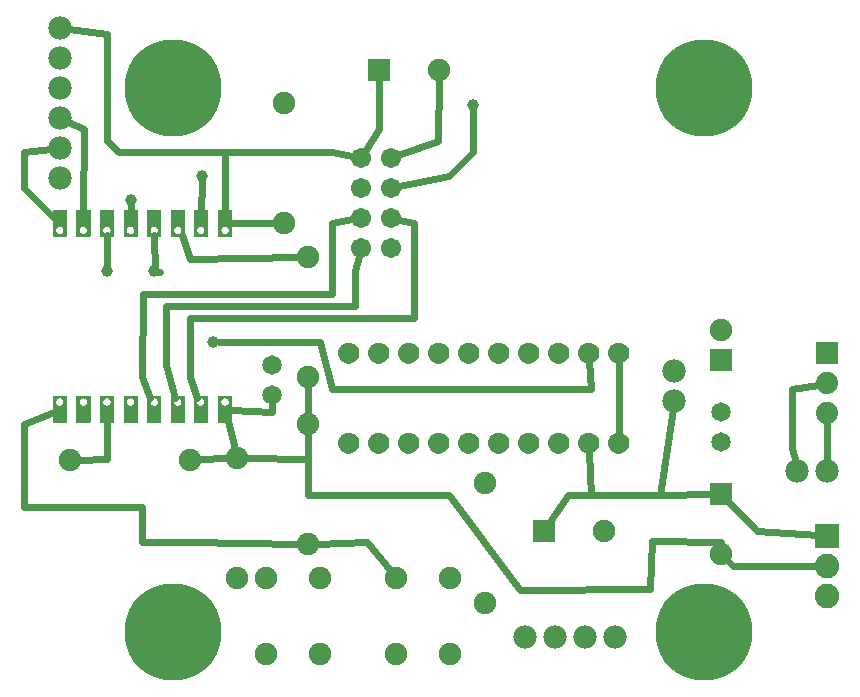
<source format=gtl>
G04 MADE WITH FRITZING*
G04 WWW.FRITZING.ORG*
G04 DOUBLE SIDED*
G04 HOLES PLATED*
G04 CONTOUR ON CENTER OF CONTOUR VECTOR*
%ASAXBY*%
%FSLAX23Y23*%
%MOIN*%
%OFA0B0*%
%SFA1.0B1.0*%
%ADD10C,0.065000*%
%ADD11C,0.039370*%
%ADD12C,0.322834*%
%ADD13C,0.075000*%
%ADD14C,0.070000*%
%ADD15C,0.074000*%
%ADD16C,0.082000*%
%ADD17C,0.067278*%
%ADD18C,0.078000*%
%ADD19R,0.075000X0.075000*%
%ADD20R,0.082000X0.082000*%
%ADD21C,0.024000*%
%ADD22R,0.001000X0.001000*%
%LNCOPPER1*%
G90*
G70*
G54D10*
X947Y1041D03*
X947Y1141D03*
X947Y1041D03*
X947Y1141D03*
X2443Y884D03*
X2443Y984D03*
X2443Y884D03*
X2443Y984D03*
G54D11*
X553Y1456D03*
X475Y1693D03*
X750Y1220D03*
X396Y1456D03*
X711Y1771D03*
X1616Y2008D03*
G54D12*
X616Y2064D03*
X2387Y2064D03*
X616Y252D03*
X2386Y252D03*
G54D13*
X2443Y1160D03*
X2443Y1260D03*
G54D14*
X2101Y1181D03*
X1701Y881D03*
X2001Y1181D03*
X1601Y881D03*
X1901Y1181D03*
X1501Y881D03*
X1801Y1181D03*
X1401Y881D03*
X1701Y1181D03*
X1301Y881D03*
X1601Y1181D03*
X1201Y881D03*
X1501Y1181D03*
X1301Y1181D03*
X1401Y1181D03*
X1201Y1181D03*
X2101Y881D03*
X2001Y881D03*
X1901Y881D03*
X1801Y881D03*
G54D15*
X2797Y1181D03*
X2797Y1081D03*
X2797Y981D03*
X2797Y1181D03*
X2797Y1081D03*
X2797Y981D03*
G54D16*
X2797Y572D03*
X2797Y472D03*
X2797Y372D03*
G54D17*
X1341Y1832D03*
X1341Y1732D03*
X1341Y1632D03*
X1341Y1532D03*
X1241Y1832D03*
X1241Y1732D03*
X1241Y1632D03*
X1241Y1532D03*
G54D13*
X927Y177D03*
X927Y433D03*
X1104Y177D03*
X1104Y433D03*
X1360Y177D03*
X1360Y433D03*
X1538Y177D03*
X1538Y433D03*
X1656Y748D03*
X1656Y348D03*
X986Y1614D03*
X986Y2014D03*
X829Y433D03*
X829Y833D03*
X271Y826D03*
X671Y826D03*
X1065Y1502D03*
X1065Y1102D03*
X1065Y545D03*
X1065Y945D03*
X2443Y711D03*
X2443Y511D03*
X1301Y2126D03*
X1501Y2126D03*
X1853Y590D03*
X2053Y590D03*
G54D18*
X2797Y787D03*
X2697Y787D03*
X2286Y1023D03*
X2286Y1123D03*
X2089Y236D03*
X1989Y236D03*
X1889Y236D03*
X1789Y236D03*
X238Y2265D03*
X238Y2165D03*
X238Y2065D03*
X238Y1965D03*
X238Y1865D03*
X238Y1765D03*
G54D19*
X2443Y1160D03*
G54D20*
X2797Y572D03*
G54D19*
X2443Y711D03*
X1301Y2126D03*
X1853Y590D03*
G54D21*
X2443Y551D02*
X2443Y540D01*
D02*
X2211Y554D02*
X2443Y551D01*
D02*
X2482Y473D02*
X2680Y473D01*
D02*
X2561Y590D02*
X2463Y691D01*
D02*
X2680Y473D02*
X2765Y472D01*
D02*
X2463Y491D02*
X2482Y473D01*
D02*
X2239Y710D02*
X2414Y711D01*
D02*
X2765Y574D02*
X2561Y590D01*
D02*
X800Y832D02*
X700Y828D01*
D02*
X397Y827D02*
X300Y826D01*
D02*
X396Y955D02*
X397Y827D01*
D02*
X947Y984D02*
X947Y1017D01*
D02*
X808Y993D02*
X947Y984D01*
D02*
X1065Y973D02*
X1065Y1073D01*
D02*
X671Y1495D02*
X645Y1575D01*
D02*
X1037Y1502D02*
X671Y1495D01*
D02*
X475Y1674D02*
X475Y1653D01*
D02*
X396Y1475D02*
X396Y1575D01*
D02*
X1302Y1929D02*
X1301Y2097D01*
D02*
X1256Y1856D02*
X1302Y1929D01*
D02*
X1498Y1889D02*
X1501Y2097D01*
D02*
X1367Y1841D02*
X1498Y1889D01*
D02*
X808Y1614D02*
X958Y1614D01*
D02*
X513Y551D02*
X513Y668D01*
D02*
X1931Y709D02*
X1868Y614D01*
D02*
X513Y668D02*
X119Y668D01*
D02*
X119Y945D02*
X220Y986D01*
D02*
X119Y668D02*
X119Y945D01*
D02*
X2010Y708D02*
X1931Y709D01*
D02*
X2003Y855D02*
X2010Y708D01*
D02*
X799Y955D02*
X822Y861D01*
D02*
X1380Y1300D02*
X751Y1300D01*
D02*
X751Y1300D02*
X672Y1299D01*
D02*
X671Y1337D02*
X592Y1338D01*
D02*
X1144Y1337D02*
X671Y1337D01*
D02*
X593Y1142D02*
X622Y1032D01*
D02*
X592Y1338D02*
X593Y1142D01*
D02*
X1222Y1456D02*
X1222Y1338D01*
D02*
X1222Y1338D02*
X1144Y1337D01*
D02*
X1234Y1505D02*
X1222Y1456D01*
D02*
X672Y1299D02*
X671Y1103D01*
D02*
X1419Y1299D02*
X1380Y1300D01*
D02*
X1419Y1614D02*
X1419Y1299D01*
D02*
X671Y1103D02*
X695Y1032D01*
D02*
X1368Y1626D02*
X1419Y1614D01*
D02*
X553Y1575D02*
X554Y1456D01*
D02*
X554Y1456D02*
X572Y1452D01*
D02*
X1064Y1377D02*
X593Y1377D01*
D02*
X593Y1377D02*
X515Y1377D01*
D02*
X513Y1103D02*
X539Y1033D01*
D02*
X515Y1377D02*
X513Y1103D01*
D02*
X1145Y1614D02*
X1145Y1379D01*
D02*
X1145Y1379D02*
X1064Y1377D01*
D02*
X1213Y1627D02*
X1145Y1614D01*
D02*
X1144Y1851D02*
X1213Y1837D01*
D02*
X1065Y827D02*
X857Y832D01*
D02*
X435Y1851D02*
X395Y1889D01*
D02*
X395Y2244D02*
X268Y2261D01*
D02*
X395Y1889D02*
X395Y2244D01*
D02*
X829Y1851D02*
X435Y1851D01*
D02*
X789Y1851D02*
X829Y1851D01*
D02*
X789Y1851D02*
X1144Y1851D01*
D02*
X789Y1653D02*
X789Y1851D01*
D02*
X1065Y916D02*
X1065Y827D01*
D02*
X711Y1752D02*
X709Y1653D01*
D02*
X1104Y1219D02*
X1145Y1062D01*
D02*
X1145Y1062D02*
X2010Y1062D01*
D02*
X947Y1220D02*
X1104Y1219D01*
D02*
X2010Y1062D02*
X2003Y1155D01*
D02*
X769Y1220D02*
X947Y1220D01*
D02*
X1262Y551D02*
X1094Y545D01*
D02*
X1342Y455D02*
X1262Y551D01*
D02*
X1065Y708D02*
X1537Y708D01*
D02*
X1537Y708D02*
X1773Y393D01*
D02*
X1773Y393D02*
X2207Y394D01*
D02*
X2207Y394D02*
X2211Y554D01*
D02*
X1065Y916D02*
X1065Y708D01*
D02*
X2239Y710D02*
X2281Y994D01*
D02*
X2010Y708D02*
X2239Y710D01*
D02*
X1615Y1851D02*
X1616Y1989D01*
D02*
X671Y551D02*
X1037Y545D01*
D02*
X513Y551D02*
X671Y551D01*
D02*
X2101Y907D02*
X2101Y1155D01*
D02*
X1537Y1771D02*
X1615Y1851D01*
D02*
X1368Y1737D02*
X1537Y1771D01*
D02*
X120Y1851D02*
X208Y1861D01*
D02*
X120Y1731D02*
X120Y1851D01*
D02*
X160Y1693D02*
X120Y1731D01*
D02*
X220Y1632D02*
X160Y1693D01*
D02*
X2797Y950D02*
X2797Y817D01*
D02*
X2680Y866D02*
X2691Y816D01*
D02*
X2680Y1062D02*
X2680Y866D01*
D02*
X2767Y1076D02*
X2680Y1062D01*
D02*
X317Y1653D02*
X318Y1929D01*
D02*
X318Y1929D02*
X266Y1952D01*
G54D22*
X215Y1658D02*
X261Y1658D01*
X293Y1658D02*
X340Y1658D01*
X372Y1658D02*
X418Y1658D01*
X451Y1658D02*
X497Y1658D01*
X530Y1658D02*
X576Y1658D01*
X608Y1658D02*
X654Y1658D01*
X685Y1658D02*
X731Y1658D01*
X766Y1658D02*
X812Y1658D01*
X215Y1657D02*
X261Y1657D01*
X293Y1657D02*
X340Y1657D01*
X372Y1657D02*
X418Y1657D01*
X451Y1657D02*
X497Y1657D01*
X530Y1657D02*
X576Y1657D01*
X608Y1657D02*
X654Y1657D01*
X685Y1657D02*
X731Y1657D01*
X766Y1657D02*
X812Y1657D01*
X215Y1656D02*
X261Y1656D01*
X293Y1656D02*
X340Y1656D01*
X372Y1656D02*
X418Y1656D01*
X451Y1656D02*
X497Y1656D01*
X530Y1656D02*
X576Y1656D01*
X608Y1656D02*
X654Y1656D01*
X685Y1656D02*
X731Y1656D01*
X766Y1656D02*
X812Y1656D01*
X215Y1655D02*
X261Y1655D01*
X293Y1655D02*
X340Y1655D01*
X372Y1655D02*
X418Y1655D01*
X451Y1655D02*
X497Y1655D01*
X530Y1655D02*
X576Y1655D01*
X608Y1655D02*
X654Y1655D01*
X685Y1655D02*
X731Y1655D01*
X766Y1655D02*
X812Y1655D01*
X215Y1654D02*
X261Y1654D01*
X293Y1654D02*
X340Y1654D01*
X372Y1654D02*
X418Y1654D01*
X451Y1654D02*
X497Y1654D01*
X530Y1654D02*
X576Y1654D01*
X608Y1654D02*
X654Y1654D01*
X685Y1654D02*
X731Y1654D01*
X766Y1654D02*
X812Y1654D01*
X215Y1653D02*
X261Y1653D01*
X293Y1653D02*
X340Y1653D01*
X372Y1653D02*
X418Y1653D01*
X451Y1653D02*
X497Y1653D01*
X530Y1653D02*
X576Y1653D01*
X608Y1653D02*
X654Y1653D01*
X685Y1653D02*
X731Y1653D01*
X766Y1653D02*
X812Y1653D01*
X215Y1652D02*
X261Y1652D01*
X293Y1652D02*
X340Y1652D01*
X372Y1652D02*
X418Y1652D01*
X451Y1652D02*
X497Y1652D01*
X530Y1652D02*
X576Y1652D01*
X608Y1652D02*
X654Y1652D01*
X685Y1652D02*
X731Y1652D01*
X766Y1652D02*
X812Y1652D01*
X215Y1651D02*
X261Y1651D01*
X293Y1651D02*
X340Y1651D01*
X372Y1651D02*
X418Y1651D01*
X451Y1651D02*
X497Y1651D01*
X530Y1651D02*
X576Y1651D01*
X608Y1651D02*
X654Y1651D01*
X685Y1651D02*
X731Y1651D01*
X766Y1651D02*
X812Y1651D01*
X215Y1650D02*
X261Y1650D01*
X293Y1650D02*
X340Y1650D01*
X372Y1650D02*
X418Y1650D01*
X451Y1650D02*
X497Y1650D01*
X530Y1650D02*
X576Y1650D01*
X608Y1650D02*
X654Y1650D01*
X685Y1650D02*
X731Y1650D01*
X766Y1650D02*
X812Y1650D01*
X215Y1649D02*
X261Y1649D01*
X293Y1649D02*
X340Y1649D01*
X372Y1649D02*
X418Y1649D01*
X451Y1649D02*
X497Y1649D01*
X530Y1649D02*
X576Y1649D01*
X608Y1649D02*
X654Y1649D01*
X685Y1649D02*
X731Y1649D01*
X766Y1649D02*
X812Y1649D01*
X215Y1648D02*
X261Y1648D01*
X293Y1648D02*
X340Y1648D01*
X372Y1648D02*
X418Y1648D01*
X451Y1648D02*
X497Y1648D01*
X530Y1648D02*
X576Y1648D01*
X608Y1648D02*
X654Y1648D01*
X685Y1648D02*
X731Y1648D01*
X766Y1648D02*
X812Y1648D01*
X215Y1647D02*
X261Y1647D01*
X293Y1647D02*
X340Y1647D01*
X372Y1647D02*
X418Y1647D01*
X451Y1647D02*
X497Y1647D01*
X530Y1647D02*
X576Y1647D01*
X608Y1647D02*
X654Y1647D01*
X685Y1647D02*
X731Y1647D01*
X766Y1647D02*
X812Y1647D01*
X215Y1646D02*
X261Y1646D01*
X293Y1646D02*
X340Y1646D01*
X372Y1646D02*
X418Y1646D01*
X451Y1646D02*
X497Y1646D01*
X530Y1646D02*
X576Y1646D01*
X608Y1646D02*
X654Y1646D01*
X685Y1646D02*
X731Y1646D01*
X766Y1646D02*
X812Y1646D01*
X215Y1645D02*
X261Y1645D01*
X293Y1645D02*
X340Y1645D01*
X372Y1645D02*
X418Y1645D01*
X451Y1645D02*
X497Y1645D01*
X530Y1645D02*
X576Y1645D01*
X608Y1645D02*
X654Y1645D01*
X685Y1645D02*
X731Y1645D01*
X766Y1645D02*
X812Y1645D01*
X215Y1644D02*
X261Y1644D01*
X293Y1644D02*
X340Y1644D01*
X372Y1644D02*
X418Y1644D01*
X451Y1644D02*
X497Y1644D01*
X530Y1644D02*
X576Y1644D01*
X608Y1644D02*
X654Y1644D01*
X685Y1644D02*
X731Y1644D01*
X766Y1644D02*
X812Y1644D01*
X215Y1643D02*
X261Y1643D01*
X293Y1643D02*
X340Y1643D01*
X372Y1643D02*
X418Y1643D01*
X451Y1643D02*
X497Y1643D01*
X530Y1643D02*
X576Y1643D01*
X608Y1643D02*
X654Y1643D01*
X685Y1643D02*
X731Y1643D01*
X766Y1643D02*
X812Y1643D01*
X215Y1642D02*
X261Y1642D01*
X293Y1642D02*
X340Y1642D01*
X372Y1642D02*
X418Y1642D01*
X451Y1642D02*
X497Y1642D01*
X530Y1642D02*
X576Y1642D01*
X608Y1642D02*
X654Y1642D01*
X685Y1642D02*
X731Y1642D01*
X766Y1642D02*
X812Y1642D01*
X215Y1641D02*
X261Y1641D01*
X293Y1641D02*
X340Y1641D01*
X372Y1641D02*
X418Y1641D01*
X451Y1641D02*
X497Y1641D01*
X530Y1641D02*
X576Y1641D01*
X608Y1641D02*
X654Y1641D01*
X685Y1641D02*
X731Y1641D01*
X766Y1641D02*
X812Y1641D01*
X215Y1640D02*
X261Y1640D01*
X293Y1640D02*
X340Y1640D01*
X372Y1640D02*
X418Y1640D01*
X451Y1640D02*
X497Y1640D01*
X530Y1640D02*
X576Y1640D01*
X608Y1640D02*
X654Y1640D01*
X685Y1640D02*
X731Y1640D01*
X766Y1640D02*
X812Y1640D01*
X215Y1639D02*
X261Y1639D01*
X293Y1639D02*
X340Y1639D01*
X372Y1639D02*
X418Y1639D01*
X451Y1639D02*
X497Y1639D01*
X530Y1639D02*
X576Y1639D01*
X608Y1639D02*
X654Y1639D01*
X685Y1639D02*
X731Y1639D01*
X766Y1639D02*
X812Y1639D01*
X215Y1638D02*
X261Y1638D01*
X293Y1638D02*
X340Y1638D01*
X372Y1638D02*
X418Y1638D01*
X451Y1638D02*
X497Y1638D01*
X530Y1638D02*
X576Y1638D01*
X608Y1638D02*
X654Y1638D01*
X685Y1638D02*
X731Y1638D01*
X766Y1638D02*
X812Y1638D01*
X215Y1637D02*
X261Y1637D01*
X293Y1637D02*
X340Y1637D01*
X372Y1637D02*
X418Y1637D01*
X451Y1637D02*
X497Y1637D01*
X530Y1637D02*
X576Y1637D01*
X608Y1637D02*
X654Y1637D01*
X685Y1637D02*
X731Y1637D01*
X766Y1637D02*
X812Y1637D01*
X215Y1636D02*
X261Y1636D01*
X293Y1636D02*
X340Y1636D01*
X372Y1636D02*
X418Y1636D01*
X451Y1636D02*
X497Y1636D01*
X530Y1636D02*
X576Y1636D01*
X608Y1636D02*
X654Y1636D01*
X685Y1636D02*
X731Y1636D01*
X766Y1636D02*
X812Y1636D01*
X215Y1635D02*
X261Y1635D01*
X293Y1635D02*
X340Y1635D01*
X372Y1635D02*
X418Y1635D01*
X451Y1635D02*
X497Y1635D01*
X530Y1635D02*
X576Y1635D01*
X608Y1635D02*
X654Y1635D01*
X685Y1635D02*
X731Y1635D01*
X766Y1635D02*
X812Y1635D01*
X215Y1634D02*
X261Y1634D01*
X293Y1634D02*
X340Y1634D01*
X372Y1634D02*
X418Y1634D01*
X451Y1634D02*
X497Y1634D01*
X530Y1634D02*
X576Y1634D01*
X608Y1634D02*
X654Y1634D01*
X685Y1634D02*
X731Y1634D01*
X766Y1634D02*
X812Y1634D01*
X215Y1633D02*
X261Y1633D01*
X293Y1633D02*
X340Y1633D01*
X372Y1633D02*
X418Y1633D01*
X451Y1633D02*
X497Y1633D01*
X530Y1633D02*
X576Y1633D01*
X608Y1633D02*
X654Y1633D01*
X685Y1633D02*
X731Y1633D01*
X766Y1633D02*
X812Y1633D01*
X215Y1632D02*
X261Y1632D01*
X293Y1632D02*
X340Y1632D01*
X372Y1632D02*
X418Y1632D01*
X451Y1632D02*
X497Y1632D01*
X530Y1632D02*
X576Y1632D01*
X608Y1632D02*
X654Y1632D01*
X685Y1632D02*
X731Y1632D01*
X766Y1632D02*
X812Y1632D01*
X215Y1631D02*
X261Y1631D01*
X293Y1631D02*
X340Y1631D01*
X372Y1631D02*
X418Y1631D01*
X451Y1631D02*
X497Y1631D01*
X530Y1631D02*
X576Y1631D01*
X608Y1631D02*
X654Y1631D01*
X685Y1631D02*
X731Y1631D01*
X766Y1631D02*
X812Y1631D01*
X215Y1630D02*
X261Y1630D01*
X293Y1630D02*
X340Y1630D01*
X372Y1630D02*
X418Y1630D01*
X451Y1630D02*
X497Y1630D01*
X530Y1630D02*
X576Y1630D01*
X608Y1630D02*
X654Y1630D01*
X685Y1630D02*
X731Y1630D01*
X766Y1630D02*
X812Y1630D01*
X215Y1629D02*
X261Y1629D01*
X293Y1629D02*
X340Y1629D01*
X372Y1629D02*
X418Y1629D01*
X451Y1629D02*
X497Y1629D01*
X530Y1629D02*
X576Y1629D01*
X608Y1629D02*
X654Y1629D01*
X685Y1629D02*
X731Y1629D01*
X766Y1629D02*
X812Y1629D01*
X215Y1628D02*
X261Y1628D01*
X293Y1628D02*
X340Y1628D01*
X372Y1628D02*
X418Y1628D01*
X451Y1628D02*
X497Y1628D01*
X530Y1628D02*
X576Y1628D01*
X608Y1628D02*
X654Y1628D01*
X685Y1628D02*
X731Y1628D01*
X766Y1628D02*
X812Y1628D01*
X215Y1627D02*
X261Y1627D01*
X293Y1627D02*
X340Y1627D01*
X372Y1627D02*
X418Y1627D01*
X451Y1627D02*
X497Y1627D01*
X530Y1627D02*
X576Y1627D01*
X608Y1627D02*
X654Y1627D01*
X685Y1627D02*
X731Y1627D01*
X766Y1627D02*
X812Y1627D01*
X215Y1626D02*
X261Y1626D01*
X293Y1626D02*
X340Y1626D01*
X372Y1626D02*
X418Y1626D01*
X451Y1626D02*
X497Y1626D01*
X530Y1626D02*
X576Y1626D01*
X608Y1626D02*
X654Y1626D01*
X685Y1626D02*
X731Y1626D01*
X766Y1626D02*
X812Y1626D01*
X215Y1625D02*
X261Y1625D01*
X293Y1625D02*
X340Y1625D01*
X372Y1625D02*
X418Y1625D01*
X451Y1625D02*
X497Y1625D01*
X530Y1625D02*
X576Y1625D01*
X608Y1625D02*
X654Y1625D01*
X685Y1625D02*
X731Y1625D01*
X766Y1625D02*
X812Y1625D01*
X215Y1624D02*
X261Y1624D01*
X293Y1624D02*
X340Y1624D01*
X372Y1624D02*
X418Y1624D01*
X451Y1624D02*
X497Y1624D01*
X530Y1624D02*
X576Y1624D01*
X608Y1624D02*
X654Y1624D01*
X685Y1624D02*
X731Y1624D01*
X766Y1624D02*
X812Y1624D01*
X215Y1623D02*
X261Y1623D01*
X293Y1623D02*
X340Y1623D01*
X372Y1623D02*
X418Y1623D01*
X451Y1623D02*
X497Y1623D01*
X530Y1623D02*
X576Y1623D01*
X608Y1623D02*
X654Y1623D01*
X685Y1623D02*
X731Y1623D01*
X766Y1623D02*
X812Y1623D01*
X215Y1622D02*
X261Y1622D01*
X293Y1622D02*
X340Y1622D01*
X372Y1622D02*
X418Y1622D01*
X451Y1622D02*
X497Y1622D01*
X530Y1622D02*
X576Y1622D01*
X608Y1622D02*
X654Y1622D01*
X685Y1622D02*
X731Y1622D01*
X766Y1622D02*
X812Y1622D01*
X215Y1621D02*
X261Y1621D01*
X293Y1621D02*
X340Y1621D01*
X372Y1621D02*
X418Y1621D01*
X451Y1621D02*
X497Y1621D01*
X530Y1621D02*
X576Y1621D01*
X608Y1621D02*
X654Y1621D01*
X685Y1621D02*
X731Y1621D01*
X766Y1621D02*
X812Y1621D01*
X215Y1620D02*
X261Y1620D01*
X293Y1620D02*
X340Y1620D01*
X372Y1620D02*
X418Y1620D01*
X451Y1620D02*
X497Y1620D01*
X530Y1620D02*
X576Y1620D01*
X608Y1620D02*
X654Y1620D01*
X685Y1620D02*
X731Y1620D01*
X766Y1620D02*
X812Y1620D01*
X215Y1619D02*
X261Y1619D01*
X293Y1619D02*
X340Y1619D01*
X372Y1619D02*
X418Y1619D01*
X451Y1619D02*
X497Y1619D01*
X530Y1619D02*
X576Y1619D01*
X608Y1619D02*
X654Y1619D01*
X685Y1619D02*
X731Y1619D01*
X766Y1619D02*
X812Y1619D01*
X215Y1618D02*
X261Y1618D01*
X293Y1618D02*
X340Y1618D01*
X372Y1618D02*
X418Y1618D01*
X451Y1618D02*
X497Y1618D01*
X530Y1618D02*
X576Y1618D01*
X608Y1618D02*
X654Y1618D01*
X685Y1618D02*
X731Y1618D01*
X766Y1618D02*
X812Y1618D01*
X215Y1617D02*
X261Y1617D01*
X293Y1617D02*
X340Y1617D01*
X372Y1617D02*
X418Y1617D01*
X451Y1617D02*
X497Y1617D01*
X530Y1617D02*
X576Y1617D01*
X608Y1617D02*
X654Y1617D01*
X685Y1617D02*
X731Y1617D01*
X766Y1617D02*
X812Y1617D01*
X215Y1616D02*
X261Y1616D01*
X293Y1616D02*
X340Y1616D01*
X372Y1616D02*
X418Y1616D01*
X451Y1616D02*
X497Y1616D01*
X530Y1616D02*
X576Y1616D01*
X608Y1616D02*
X654Y1616D01*
X685Y1616D02*
X731Y1616D01*
X766Y1616D02*
X812Y1616D01*
X215Y1615D02*
X261Y1615D01*
X293Y1615D02*
X340Y1615D01*
X372Y1615D02*
X418Y1615D01*
X451Y1615D02*
X497Y1615D01*
X530Y1615D02*
X576Y1615D01*
X608Y1615D02*
X654Y1615D01*
X685Y1615D02*
X731Y1615D01*
X766Y1615D02*
X812Y1615D01*
X215Y1614D02*
X261Y1614D01*
X293Y1614D02*
X340Y1614D01*
X372Y1614D02*
X418Y1614D01*
X451Y1614D02*
X497Y1614D01*
X530Y1614D02*
X576Y1614D01*
X608Y1614D02*
X654Y1614D01*
X685Y1614D02*
X731Y1614D01*
X766Y1614D02*
X812Y1614D01*
X215Y1613D02*
X261Y1613D01*
X293Y1613D02*
X340Y1613D01*
X372Y1613D02*
X418Y1613D01*
X451Y1613D02*
X497Y1613D01*
X530Y1613D02*
X576Y1613D01*
X608Y1613D02*
X654Y1613D01*
X685Y1613D02*
X731Y1613D01*
X766Y1613D02*
X812Y1613D01*
X215Y1612D02*
X261Y1612D01*
X293Y1612D02*
X340Y1612D01*
X372Y1612D02*
X418Y1612D01*
X451Y1612D02*
X497Y1612D01*
X530Y1612D02*
X576Y1612D01*
X608Y1612D02*
X654Y1612D01*
X685Y1612D02*
X731Y1612D01*
X766Y1612D02*
X812Y1612D01*
X215Y1611D02*
X261Y1611D01*
X293Y1611D02*
X340Y1611D01*
X372Y1611D02*
X418Y1611D01*
X451Y1611D02*
X497Y1611D01*
X530Y1611D02*
X576Y1611D01*
X608Y1611D02*
X654Y1611D01*
X685Y1611D02*
X731Y1611D01*
X766Y1611D02*
X812Y1611D01*
X215Y1610D02*
X261Y1610D01*
X293Y1610D02*
X340Y1610D01*
X372Y1610D02*
X418Y1610D01*
X451Y1610D02*
X497Y1610D01*
X530Y1610D02*
X576Y1610D01*
X608Y1610D02*
X654Y1610D01*
X685Y1610D02*
X731Y1610D01*
X766Y1610D02*
X812Y1610D01*
X215Y1609D02*
X261Y1609D01*
X293Y1609D02*
X340Y1609D01*
X372Y1609D02*
X418Y1609D01*
X451Y1609D02*
X497Y1609D01*
X530Y1609D02*
X576Y1609D01*
X608Y1609D02*
X654Y1609D01*
X685Y1609D02*
X731Y1609D01*
X766Y1609D02*
X812Y1609D01*
X215Y1608D02*
X261Y1608D01*
X293Y1608D02*
X340Y1608D01*
X372Y1608D02*
X418Y1608D01*
X451Y1608D02*
X497Y1608D01*
X530Y1608D02*
X576Y1608D01*
X608Y1608D02*
X654Y1608D01*
X685Y1608D02*
X731Y1608D01*
X766Y1608D02*
X812Y1608D01*
X215Y1607D02*
X261Y1607D01*
X293Y1607D02*
X340Y1607D01*
X372Y1607D02*
X418Y1607D01*
X451Y1607D02*
X497Y1607D01*
X530Y1607D02*
X576Y1607D01*
X608Y1607D02*
X654Y1607D01*
X685Y1607D02*
X731Y1607D01*
X766Y1607D02*
X812Y1607D01*
X215Y1606D02*
X261Y1606D01*
X293Y1606D02*
X340Y1606D01*
X372Y1606D02*
X418Y1606D01*
X451Y1606D02*
X497Y1606D01*
X530Y1606D02*
X576Y1606D01*
X608Y1606D02*
X654Y1606D01*
X685Y1606D02*
X731Y1606D01*
X766Y1606D02*
X812Y1606D01*
X215Y1605D02*
X261Y1605D01*
X293Y1605D02*
X340Y1605D01*
X372Y1605D02*
X418Y1605D01*
X451Y1605D02*
X497Y1605D01*
X530Y1605D02*
X576Y1605D01*
X608Y1605D02*
X654Y1605D01*
X685Y1605D02*
X731Y1605D01*
X766Y1605D02*
X812Y1605D01*
X215Y1604D02*
X261Y1604D01*
X293Y1604D02*
X340Y1604D01*
X372Y1604D02*
X418Y1604D01*
X451Y1604D02*
X497Y1604D01*
X530Y1604D02*
X576Y1604D01*
X608Y1604D02*
X654Y1604D01*
X685Y1604D02*
X731Y1604D01*
X766Y1604D02*
X812Y1604D01*
X215Y1603D02*
X261Y1603D01*
X293Y1603D02*
X340Y1603D01*
X372Y1603D02*
X418Y1603D01*
X451Y1603D02*
X497Y1603D01*
X530Y1603D02*
X576Y1603D01*
X608Y1603D02*
X654Y1603D01*
X685Y1603D02*
X731Y1603D01*
X766Y1603D02*
X812Y1603D01*
X215Y1602D02*
X234Y1602D01*
X241Y1602D02*
X261Y1602D01*
X293Y1602D02*
X313Y1602D01*
X320Y1602D02*
X340Y1602D01*
X372Y1602D02*
X392Y1602D01*
X399Y1602D02*
X418Y1602D01*
X451Y1602D02*
X470Y1602D01*
X477Y1602D02*
X497Y1602D01*
X530Y1602D02*
X549Y1602D01*
X556Y1602D02*
X576Y1602D01*
X608Y1602D02*
X628Y1602D01*
X635Y1602D02*
X654Y1602D01*
X685Y1602D02*
X704Y1602D01*
X711Y1602D02*
X731Y1602D01*
X766Y1602D02*
X785Y1602D01*
X792Y1602D02*
X812Y1602D01*
X215Y1601D02*
X232Y1601D01*
X244Y1601D02*
X261Y1601D01*
X293Y1601D02*
X310Y1601D01*
X323Y1601D02*
X340Y1601D01*
X372Y1601D02*
X389Y1601D01*
X401Y1601D02*
X418Y1601D01*
X451Y1601D02*
X468Y1601D01*
X480Y1601D02*
X497Y1601D01*
X530Y1601D02*
X547Y1601D01*
X559Y1601D02*
X576Y1601D01*
X608Y1601D02*
X625Y1601D01*
X637Y1601D02*
X654Y1601D01*
X685Y1601D02*
X702Y1601D01*
X714Y1601D02*
X731Y1601D01*
X766Y1601D02*
X783Y1601D01*
X795Y1601D02*
X812Y1601D01*
X215Y1600D02*
X230Y1600D01*
X245Y1600D02*
X261Y1600D01*
X293Y1600D02*
X309Y1600D01*
X324Y1600D02*
X340Y1600D01*
X372Y1600D02*
X388Y1600D01*
X403Y1600D02*
X418Y1600D01*
X451Y1600D02*
X466Y1600D01*
X482Y1600D02*
X497Y1600D01*
X530Y1600D02*
X545Y1600D01*
X560Y1600D02*
X576Y1600D01*
X608Y1600D02*
X624Y1600D01*
X639Y1600D02*
X654Y1600D01*
X685Y1600D02*
X700Y1600D01*
X716Y1600D02*
X731Y1600D01*
X766Y1600D02*
X781Y1600D01*
X796Y1600D02*
X812Y1600D01*
X215Y1599D02*
X229Y1599D01*
X247Y1599D02*
X261Y1599D01*
X293Y1599D02*
X308Y1599D01*
X325Y1599D02*
X340Y1599D01*
X372Y1599D02*
X386Y1599D01*
X404Y1599D02*
X418Y1599D01*
X451Y1599D02*
X465Y1599D01*
X483Y1599D02*
X497Y1599D01*
X530Y1599D02*
X544Y1599D01*
X562Y1599D02*
X576Y1599D01*
X608Y1599D02*
X622Y1599D01*
X640Y1599D02*
X654Y1599D01*
X685Y1599D02*
X699Y1599D01*
X717Y1599D02*
X731Y1599D01*
X766Y1599D02*
X780Y1599D01*
X798Y1599D02*
X812Y1599D01*
X215Y1598D02*
X228Y1598D01*
X248Y1598D02*
X261Y1598D01*
X293Y1598D02*
X307Y1598D01*
X326Y1598D02*
X340Y1598D01*
X372Y1598D02*
X385Y1598D01*
X405Y1598D02*
X418Y1598D01*
X451Y1598D02*
X464Y1598D01*
X484Y1598D02*
X497Y1598D01*
X530Y1598D02*
X543Y1598D01*
X562Y1598D02*
X576Y1598D01*
X608Y1598D02*
X622Y1598D01*
X641Y1598D02*
X654Y1598D01*
X685Y1598D02*
X698Y1598D01*
X718Y1598D02*
X731Y1598D01*
X766Y1598D02*
X779Y1598D01*
X799Y1598D02*
X812Y1598D01*
X215Y1597D02*
X227Y1597D01*
X248Y1597D02*
X261Y1597D01*
X293Y1597D02*
X306Y1597D01*
X327Y1597D02*
X340Y1597D01*
X372Y1597D02*
X385Y1597D01*
X406Y1597D02*
X418Y1597D01*
X451Y1597D02*
X463Y1597D01*
X484Y1597D02*
X497Y1597D01*
X530Y1597D02*
X542Y1597D01*
X563Y1597D02*
X576Y1597D01*
X608Y1597D02*
X621Y1597D01*
X642Y1597D02*
X654Y1597D01*
X685Y1597D02*
X697Y1597D01*
X718Y1597D02*
X731Y1597D01*
X766Y1597D02*
X778Y1597D01*
X799Y1597D02*
X812Y1597D01*
X215Y1596D02*
X227Y1596D01*
X249Y1596D02*
X261Y1596D01*
X293Y1596D02*
X305Y1596D01*
X328Y1596D02*
X340Y1596D01*
X372Y1596D02*
X384Y1596D01*
X406Y1596D02*
X418Y1596D01*
X451Y1596D02*
X463Y1596D01*
X485Y1596D02*
X497Y1596D01*
X530Y1596D02*
X541Y1596D01*
X564Y1596D02*
X576Y1596D01*
X608Y1596D02*
X620Y1596D01*
X643Y1596D02*
X654Y1596D01*
X685Y1596D02*
X697Y1596D01*
X719Y1596D02*
X731Y1596D01*
X766Y1596D02*
X778Y1596D01*
X800Y1596D02*
X812Y1596D01*
X215Y1595D02*
X226Y1595D01*
X249Y1595D02*
X261Y1595D01*
X293Y1595D02*
X305Y1595D01*
X328Y1595D02*
X340Y1595D01*
X372Y1595D02*
X384Y1595D01*
X407Y1595D02*
X418Y1595D01*
X451Y1595D02*
X462Y1595D01*
X486Y1595D02*
X497Y1595D01*
X530Y1595D02*
X541Y1595D01*
X564Y1595D02*
X576Y1595D01*
X608Y1595D02*
X620Y1595D01*
X643Y1595D02*
X654Y1595D01*
X685Y1595D02*
X696Y1595D01*
X720Y1595D02*
X731Y1595D01*
X766Y1595D02*
X777Y1595D01*
X800Y1595D02*
X812Y1595D01*
X215Y1594D02*
X226Y1594D01*
X250Y1594D02*
X261Y1594D01*
X293Y1594D02*
X304Y1594D01*
X328Y1594D02*
X340Y1594D01*
X372Y1594D02*
X383Y1594D01*
X407Y1594D02*
X418Y1594D01*
X451Y1594D02*
X462Y1594D01*
X486Y1594D02*
X497Y1594D01*
X530Y1594D02*
X541Y1594D01*
X565Y1594D02*
X576Y1594D01*
X608Y1594D02*
X619Y1594D01*
X643Y1594D02*
X654Y1594D01*
X685Y1594D02*
X696Y1594D01*
X720Y1594D02*
X731Y1594D01*
X766Y1594D02*
X777Y1594D01*
X801Y1594D02*
X812Y1594D01*
X215Y1593D02*
X225Y1593D01*
X250Y1593D02*
X261Y1593D01*
X293Y1593D02*
X304Y1593D01*
X329Y1593D02*
X340Y1593D01*
X372Y1593D02*
X383Y1593D01*
X408Y1593D02*
X418Y1593D01*
X451Y1593D02*
X462Y1593D01*
X486Y1593D02*
X497Y1593D01*
X530Y1593D02*
X540Y1593D01*
X565Y1593D02*
X576Y1593D01*
X608Y1593D02*
X619Y1593D01*
X644Y1593D02*
X654Y1593D01*
X685Y1593D02*
X696Y1593D01*
X720Y1593D02*
X731Y1593D01*
X766Y1593D02*
X776Y1593D01*
X801Y1593D02*
X812Y1593D01*
X215Y1592D02*
X225Y1592D01*
X250Y1592D02*
X261Y1592D01*
X293Y1592D02*
X304Y1592D01*
X329Y1592D02*
X340Y1592D01*
X372Y1592D02*
X383Y1592D01*
X408Y1592D02*
X418Y1592D01*
X451Y1592D02*
X461Y1592D01*
X486Y1592D02*
X497Y1592D01*
X530Y1592D02*
X540Y1592D01*
X565Y1592D02*
X576Y1592D01*
X608Y1592D02*
X619Y1592D01*
X644Y1592D02*
X654Y1592D01*
X685Y1592D02*
X695Y1592D01*
X720Y1592D02*
X731Y1592D01*
X766Y1592D02*
X776Y1592D01*
X801Y1592D02*
X812Y1592D01*
X215Y1591D02*
X225Y1591D01*
X250Y1591D02*
X261Y1591D01*
X293Y1591D02*
X304Y1591D01*
X329Y1591D02*
X340Y1591D01*
X372Y1591D02*
X383Y1591D01*
X408Y1591D02*
X418Y1591D01*
X451Y1591D02*
X461Y1591D01*
X486Y1591D02*
X497Y1591D01*
X530Y1591D02*
X540Y1591D01*
X565Y1591D02*
X576Y1591D01*
X608Y1591D02*
X619Y1591D01*
X644Y1591D02*
X654Y1591D01*
X685Y1591D02*
X695Y1591D01*
X720Y1591D02*
X731Y1591D01*
X766Y1591D02*
X776Y1591D01*
X801Y1591D02*
X812Y1591D01*
X215Y1590D02*
X225Y1590D01*
X250Y1590D02*
X261Y1590D01*
X293Y1590D02*
X304Y1590D01*
X329Y1590D02*
X340Y1590D01*
X372Y1590D02*
X383Y1590D01*
X408Y1590D02*
X418Y1590D01*
X451Y1590D02*
X461Y1590D01*
X486Y1590D02*
X497Y1590D01*
X530Y1590D02*
X540Y1590D01*
X565Y1590D02*
X576Y1590D01*
X608Y1590D02*
X619Y1590D01*
X644Y1590D02*
X654Y1590D01*
X685Y1590D02*
X695Y1590D01*
X720Y1590D02*
X731Y1590D01*
X766Y1590D02*
X776Y1590D01*
X801Y1590D02*
X812Y1590D01*
X215Y1589D02*
X225Y1589D01*
X250Y1589D02*
X261Y1589D01*
X293Y1589D02*
X304Y1589D01*
X329Y1589D02*
X340Y1589D01*
X372Y1589D02*
X383Y1589D01*
X408Y1589D02*
X418Y1589D01*
X451Y1589D02*
X461Y1589D01*
X486Y1589D02*
X497Y1589D01*
X530Y1589D02*
X540Y1589D01*
X565Y1589D02*
X576Y1589D01*
X608Y1589D02*
X619Y1589D01*
X644Y1589D02*
X654Y1589D01*
X685Y1589D02*
X695Y1589D01*
X720Y1589D02*
X731Y1589D01*
X766Y1589D02*
X776Y1589D01*
X801Y1589D02*
X812Y1589D01*
X215Y1588D02*
X225Y1588D01*
X250Y1588D02*
X261Y1588D01*
X293Y1588D02*
X304Y1588D01*
X329Y1588D02*
X340Y1588D01*
X372Y1588D02*
X383Y1588D01*
X408Y1588D02*
X418Y1588D01*
X451Y1588D02*
X461Y1588D01*
X486Y1588D02*
X497Y1588D01*
X530Y1588D02*
X540Y1588D01*
X565Y1588D02*
X576Y1588D01*
X608Y1588D02*
X619Y1588D01*
X644Y1588D02*
X654Y1588D01*
X685Y1588D02*
X695Y1588D01*
X720Y1588D02*
X731Y1588D01*
X766Y1588D02*
X776Y1588D01*
X801Y1588D02*
X812Y1588D01*
X215Y1587D02*
X226Y1587D01*
X250Y1587D02*
X261Y1587D01*
X293Y1587D02*
X304Y1587D01*
X329Y1587D02*
X340Y1587D01*
X372Y1587D02*
X383Y1587D01*
X407Y1587D02*
X418Y1587D01*
X451Y1587D02*
X462Y1587D01*
X486Y1587D02*
X497Y1587D01*
X530Y1587D02*
X540Y1587D01*
X565Y1587D02*
X576Y1587D01*
X608Y1587D02*
X619Y1587D01*
X644Y1587D02*
X654Y1587D01*
X685Y1587D02*
X696Y1587D01*
X720Y1587D02*
X731Y1587D01*
X766Y1587D02*
X777Y1587D01*
X801Y1587D02*
X812Y1587D01*
X215Y1586D02*
X226Y1586D01*
X250Y1586D02*
X261Y1586D01*
X293Y1586D02*
X305Y1586D01*
X328Y1586D02*
X340Y1586D01*
X372Y1586D02*
X383Y1586D01*
X407Y1586D02*
X418Y1586D01*
X451Y1586D02*
X462Y1586D01*
X486Y1586D02*
X497Y1586D01*
X530Y1586D02*
X541Y1586D01*
X564Y1586D02*
X576Y1586D01*
X608Y1586D02*
X620Y1586D01*
X643Y1586D02*
X654Y1586D01*
X685Y1586D02*
X696Y1586D01*
X720Y1586D02*
X731Y1586D01*
X766Y1586D02*
X777Y1586D01*
X801Y1586D02*
X812Y1586D01*
X215Y1585D02*
X226Y1585D01*
X249Y1585D02*
X261Y1585D01*
X293Y1585D02*
X305Y1585D01*
X328Y1585D02*
X340Y1585D01*
X372Y1585D02*
X384Y1585D01*
X407Y1585D02*
X418Y1585D01*
X451Y1585D02*
X462Y1585D01*
X485Y1585D02*
X497Y1585D01*
X530Y1585D02*
X541Y1585D01*
X564Y1585D02*
X576Y1585D01*
X608Y1585D02*
X620Y1585D01*
X643Y1585D02*
X654Y1585D01*
X685Y1585D02*
X696Y1585D01*
X719Y1585D02*
X731Y1585D01*
X766Y1585D02*
X777Y1585D01*
X800Y1585D02*
X812Y1585D01*
X215Y1584D02*
X227Y1584D01*
X249Y1584D02*
X261Y1584D01*
X293Y1584D02*
X306Y1584D01*
X327Y1584D02*
X340Y1584D01*
X372Y1584D02*
X384Y1584D01*
X406Y1584D02*
X418Y1584D01*
X451Y1584D02*
X463Y1584D01*
X485Y1584D02*
X497Y1584D01*
X530Y1584D02*
X542Y1584D01*
X563Y1584D02*
X576Y1584D01*
X608Y1584D02*
X621Y1584D01*
X642Y1584D02*
X654Y1584D01*
X685Y1584D02*
X697Y1584D01*
X719Y1584D02*
X731Y1584D01*
X766Y1584D02*
X778Y1584D01*
X800Y1584D02*
X812Y1584D01*
X215Y1583D02*
X228Y1583D01*
X248Y1583D02*
X261Y1583D01*
X293Y1583D02*
X306Y1583D01*
X327Y1583D02*
X340Y1583D01*
X372Y1583D02*
X385Y1583D01*
X405Y1583D02*
X418Y1583D01*
X451Y1583D02*
X464Y1583D01*
X484Y1583D02*
X497Y1583D01*
X530Y1583D02*
X542Y1583D01*
X563Y1583D02*
X576Y1583D01*
X608Y1583D02*
X621Y1583D01*
X642Y1583D02*
X654Y1583D01*
X685Y1583D02*
X698Y1583D01*
X718Y1583D02*
X731Y1583D01*
X766Y1583D02*
X779Y1583D01*
X799Y1583D02*
X812Y1583D01*
X215Y1582D02*
X228Y1582D01*
X247Y1582D02*
X261Y1582D01*
X293Y1582D02*
X307Y1582D01*
X326Y1582D02*
X340Y1582D01*
X372Y1582D02*
X386Y1582D01*
X405Y1582D02*
X418Y1582D01*
X451Y1582D02*
X465Y1582D01*
X483Y1582D02*
X497Y1582D01*
X530Y1582D02*
X543Y1582D01*
X562Y1582D02*
X576Y1582D01*
X608Y1582D02*
X622Y1582D01*
X641Y1582D02*
X654Y1582D01*
X685Y1582D02*
X699Y1582D01*
X717Y1582D02*
X731Y1582D01*
X766Y1582D02*
X779Y1582D01*
X798Y1582D02*
X812Y1582D01*
X215Y1581D02*
X229Y1581D01*
X246Y1581D02*
X261Y1581D01*
X293Y1581D02*
X308Y1581D01*
X325Y1581D02*
X340Y1581D01*
X372Y1581D02*
X387Y1581D01*
X404Y1581D02*
X418Y1581D01*
X451Y1581D02*
X466Y1581D01*
X482Y1581D02*
X497Y1581D01*
X530Y1581D02*
X544Y1581D01*
X561Y1581D02*
X576Y1581D01*
X608Y1581D02*
X623Y1581D01*
X640Y1581D02*
X654Y1581D01*
X685Y1581D02*
X700Y1581D01*
X716Y1581D02*
X731Y1581D01*
X766Y1581D02*
X781Y1581D01*
X797Y1581D02*
X812Y1581D01*
X215Y1580D02*
X231Y1580D01*
X245Y1580D02*
X261Y1580D01*
X293Y1580D02*
X310Y1580D01*
X323Y1580D02*
X340Y1580D01*
X372Y1580D02*
X388Y1580D01*
X402Y1580D02*
X418Y1580D01*
X451Y1580D02*
X467Y1580D01*
X481Y1580D02*
X497Y1580D01*
X530Y1580D02*
X546Y1580D01*
X560Y1580D02*
X576Y1580D01*
X608Y1580D02*
X624Y1580D01*
X638Y1580D02*
X654Y1580D01*
X685Y1580D02*
X701Y1580D01*
X715Y1580D02*
X731Y1580D01*
X766Y1580D02*
X782Y1580D01*
X796Y1580D02*
X812Y1580D01*
X215Y1579D02*
X233Y1579D01*
X243Y1579D02*
X261Y1579D01*
X293Y1579D02*
X311Y1579D01*
X321Y1579D02*
X340Y1579D01*
X372Y1579D02*
X390Y1579D01*
X400Y1579D02*
X418Y1579D01*
X451Y1579D02*
X469Y1579D01*
X479Y1579D02*
X497Y1579D01*
X530Y1579D02*
X548Y1579D01*
X558Y1579D02*
X576Y1579D01*
X608Y1579D02*
X626Y1579D01*
X636Y1579D02*
X654Y1579D01*
X685Y1579D02*
X703Y1579D01*
X713Y1579D02*
X731Y1579D01*
X766Y1579D02*
X784Y1579D01*
X794Y1579D02*
X812Y1579D01*
X215Y1578D02*
X261Y1578D01*
X293Y1578D02*
X340Y1578D01*
X372Y1578D02*
X418Y1578D01*
X451Y1578D02*
X497Y1578D01*
X530Y1578D02*
X576Y1578D01*
X608Y1578D02*
X654Y1578D01*
X685Y1578D02*
X731Y1578D01*
X766Y1578D02*
X812Y1578D01*
X215Y1577D02*
X261Y1577D01*
X293Y1577D02*
X340Y1577D01*
X372Y1577D02*
X418Y1577D01*
X451Y1577D02*
X497Y1577D01*
X530Y1577D02*
X576Y1577D01*
X608Y1577D02*
X654Y1577D01*
X685Y1577D02*
X731Y1577D01*
X766Y1577D02*
X812Y1577D01*
X215Y1576D02*
X261Y1576D01*
X293Y1576D02*
X340Y1576D01*
X372Y1576D02*
X418Y1576D01*
X451Y1576D02*
X497Y1576D01*
X530Y1576D02*
X576Y1576D01*
X608Y1576D02*
X654Y1576D01*
X685Y1576D02*
X731Y1576D01*
X766Y1576D02*
X812Y1576D01*
X215Y1575D02*
X261Y1575D01*
X293Y1575D02*
X340Y1575D01*
X372Y1575D02*
X418Y1575D01*
X451Y1575D02*
X497Y1575D01*
X530Y1575D02*
X576Y1575D01*
X608Y1575D02*
X654Y1575D01*
X685Y1575D02*
X731Y1575D01*
X766Y1575D02*
X812Y1575D01*
X215Y1574D02*
X261Y1574D01*
X293Y1574D02*
X340Y1574D01*
X372Y1574D02*
X418Y1574D01*
X451Y1574D02*
X497Y1574D01*
X530Y1574D02*
X576Y1574D01*
X608Y1574D02*
X654Y1574D01*
X685Y1574D02*
X731Y1574D01*
X766Y1574D02*
X812Y1574D01*
X215Y1573D02*
X261Y1573D01*
X293Y1573D02*
X340Y1573D01*
X372Y1573D02*
X418Y1573D01*
X451Y1573D02*
X497Y1573D01*
X530Y1573D02*
X576Y1573D01*
X608Y1573D02*
X654Y1573D01*
X685Y1573D02*
X731Y1573D01*
X766Y1573D02*
X812Y1573D01*
X215Y1572D02*
X261Y1572D01*
X293Y1572D02*
X340Y1572D01*
X372Y1572D02*
X418Y1572D01*
X451Y1572D02*
X497Y1572D01*
X530Y1572D02*
X576Y1572D01*
X608Y1572D02*
X654Y1572D01*
X685Y1572D02*
X731Y1572D01*
X766Y1572D02*
X812Y1572D01*
X215Y1571D02*
X261Y1571D01*
X293Y1571D02*
X340Y1571D01*
X372Y1571D02*
X418Y1571D01*
X451Y1571D02*
X497Y1571D01*
X530Y1571D02*
X576Y1571D01*
X608Y1571D02*
X654Y1571D01*
X685Y1571D02*
X731Y1571D01*
X766Y1571D02*
X812Y1571D01*
X215Y1570D02*
X260Y1570D01*
X294Y1570D02*
X339Y1570D01*
X373Y1570D02*
X418Y1570D01*
X451Y1570D02*
X497Y1570D01*
X530Y1570D02*
X575Y1570D01*
X609Y1570D02*
X654Y1570D01*
X685Y1570D02*
X731Y1570D01*
X766Y1570D02*
X811Y1570D01*
X2760Y1218D02*
X2832Y1218D01*
X2760Y1217D02*
X2833Y1217D01*
X1198Y1216D02*
X1203Y1216D01*
X1298Y1216D02*
X1303Y1216D01*
X1398Y1216D02*
X1403Y1216D01*
X1498Y1216D02*
X1503Y1216D01*
X1598Y1216D02*
X1603Y1216D01*
X1698Y1216D02*
X1703Y1216D01*
X1798Y1216D02*
X1803Y1216D01*
X1898Y1216D02*
X1903Y1216D01*
X1998Y1216D02*
X2003Y1216D01*
X2098Y1216D02*
X2103Y1216D01*
X2760Y1216D02*
X2833Y1216D01*
X1193Y1215D02*
X1208Y1215D01*
X1293Y1215D02*
X1308Y1215D01*
X1393Y1215D02*
X1408Y1215D01*
X1493Y1215D02*
X1508Y1215D01*
X1593Y1215D02*
X1608Y1215D01*
X1693Y1215D02*
X1708Y1215D01*
X1793Y1215D02*
X1808Y1215D01*
X1893Y1215D02*
X1908Y1215D01*
X1993Y1215D02*
X2008Y1215D01*
X2093Y1215D02*
X2108Y1215D01*
X2760Y1215D02*
X2833Y1215D01*
X1190Y1214D02*
X1212Y1214D01*
X1289Y1214D02*
X1312Y1214D01*
X1389Y1214D02*
X1411Y1214D01*
X1489Y1214D02*
X1511Y1214D01*
X1589Y1214D02*
X1611Y1214D01*
X1689Y1214D02*
X1711Y1214D01*
X1789Y1214D02*
X1811Y1214D01*
X1889Y1214D02*
X1911Y1214D01*
X1989Y1214D02*
X2011Y1214D01*
X2089Y1214D02*
X2111Y1214D01*
X2760Y1214D02*
X2833Y1214D01*
X1187Y1213D02*
X1214Y1213D01*
X1287Y1213D02*
X1314Y1213D01*
X1387Y1213D02*
X1414Y1213D01*
X1487Y1213D02*
X1514Y1213D01*
X1587Y1213D02*
X1614Y1213D01*
X1687Y1213D02*
X1714Y1213D01*
X1787Y1213D02*
X1814Y1213D01*
X1887Y1213D02*
X1914Y1213D01*
X1987Y1213D02*
X2014Y1213D01*
X2087Y1213D02*
X2114Y1213D01*
X2760Y1213D02*
X2833Y1213D01*
X1185Y1212D02*
X1216Y1212D01*
X1285Y1212D02*
X1316Y1212D01*
X1385Y1212D02*
X1416Y1212D01*
X1485Y1212D02*
X1516Y1212D01*
X1585Y1212D02*
X1616Y1212D01*
X1685Y1212D02*
X1716Y1212D01*
X1785Y1212D02*
X1816Y1212D01*
X1885Y1212D02*
X1916Y1212D01*
X1985Y1212D02*
X2016Y1212D01*
X2085Y1212D02*
X2116Y1212D01*
X2760Y1212D02*
X2833Y1212D01*
X1183Y1211D02*
X1218Y1211D01*
X1283Y1211D02*
X1318Y1211D01*
X1383Y1211D02*
X1418Y1211D01*
X1483Y1211D02*
X1518Y1211D01*
X1583Y1211D02*
X1618Y1211D01*
X1683Y1211D02*
X1718Y1211D01*
X1783Y1211D02*
X1818Y1211D01*
X1883Y1211D02*
X1918Y1211D01*
X1983Y1211D02*
X2018Y1211D01*
X2083Y1211D02*
X2118Y1211D01*
X2760Y1211D02*
X2833Y1211D01*
X1181Y1210D02*
X1220Y1210D01*
X1281Y1210D02*
X1320Y1210D01*
X1381Y1210D02*
X1420Y1210D01*
X1481Y1210D02*
X1520Y1210D01*
X1581Y1210D02*
X1620Y1210D01*
X1681Y1210D02*
X1720Y1210D01*
X1781Y1210D02*
X1819Y1210D01*
X1881Y1210D02*
X1919Y1210D01*
X1981Y1210D02*
X2019Y1210D01*
X2081Y1210D02*
X2119Y1210D01*
X2760Y1210D02*
X2833Y1210D01*
X1180Y1209D02*
X1221Y1209D01*
X1280Y1209D02*
X1321Y1209D01*
X1380Y1209D02*
X1421Y1209D01*
X1480Y1209D02*
X1521Y1209D01*
X1580Y1209D02*
X1621Y1209D01*
X1680Y1209D02*
X1721Y1209D01*
X1780Y1209D02*
X1821Y1209D01*
X1880Y1209D02*
X1921Y1209D01*
X1980Y1209D02*
X2021Y1209D01*
X2080Y1209D02*
X2121Y1209D01*
X2760Y1209D02*
X2833Y1209D01*
X1179Y1208D02*
X1222Y1208D01*
X1279Y1208D02*
X1322Y1208D01*
X1379Y1208D02*
X1422Y1208D01*
X1479Y1208D02*
X1522Y1208D01*
X1579Y1208D02*
X1622Y1208D01*
X1679Y1208D02*
X1722Y1208D01*
X1778Y1208D02*
X1822Y1208D01*
X1878Y1208D02*
X1922Y1208D01*
X1978Y1208D02*
X2022Y1208D01*
X2078Y1208D02*
X2122Y1208D01*
X2760Y1208D02*
X2833Y1208D01*
X1177Y1207D02*
X1224Y1207D01*
X1277Y1207D02*
X1324Y1207D01*
X1377Y1207D02*
X1424Y1207D01*
X1477Y1207D02*
X1523Y1207D01*
X1577Y1207D02*
X1623Y1207D01*
X1677Y1207D02*
X1723Y1207D01*
X1777Y1207D02*
X1823Y1207D01*
X1877Y1207D02*
X1923Y1207D01*
X1977Y1207D02*
X2023Y1207D01*
X2077Y1207D02*
X2123Y1207D01*
X2760Y1207D02*
X2833Y1207D01*
X1176Y1206D02*
X1225Y1206D01*
X1276Y1206D02*
X1325Y1206D01*
X1376Y1206D02*
X1425Y1206D01*
X1476Y1206D02*
X1525Y1206D01*
X1576Y1206D02*
X1625Y1206D01*
X1676Y1206D02*
X1725Y1206D01*
X1776Y1206D02*
X1825Y1206D01*
X1876Y1206D02*
X1924Y1206D01*
X1976Y1206D02*
X2024Y1206D01*
X2076Y1206D02*
X2124Y1206D01*
X2760Y1206D02*
X2833Y1206D01*
X1175Y1205D02*
X1226Y1205D01*
X1275Y1205D02*
X1326Y1205D01*
X1375Y1205D02*
X1426Y1205D01*
X1475Y1205D02*
X1526Y1205D01*
X1575Y1205D02*
X1625Y1205D01*
X1675Y1205D02*
X1725Y1205D01*
X1775Y1205D02*
X1825Y1205D01*
X1875Y1205D02*
X1925Y1205D01*
X1975Y1205D02*
X2025Y1205D01*
X2075Y1205D02*
X2125Y1205D01*
X2760Y1205D02*
X2833Y1205D01*
X1175Y1204D02*
X1226Y1204D01*
X1275Y1204D02*
X1326Y1204D01*
X1375Y1204D02*
X1426Y1204D01*
X1474Y1204D02*
X1526Y1204D01*
X1574Y1204D02*
X1626Y1204D01*
X1674Y1204D02*
X1726Y1204D01*
X1774Y1204D02*
X1826Y1204D01*
X1874Y1204D02*
X1926Y1204D01*
X1974Y1204D02*
X2026Y1204D01*
X2074Y1204D02*
X2126Y1204D01*
X2760Y1204D02*
X2833Y1204D01*
X1174Y1203D02*
X1227Y1203D01*
X1274Y1203D02*
X1327Y1203D01*
X1374Y1203D02*
X1427Y1203D01*
X1474Y1203D02*
X1527Y1203D01*
X1574Y1203D02*
X1627Y1203D01*
X1674Y1203D02*
X1727Y1203D01*
X1774Y1203D02*
X1827Y1203D01*
X1874Y1203D02*
X1927Y1203D01*
X1974Y1203D02*
X2027Y1203D01*
X2074Y1203D02*
X2127Y1203D01*
X2760Y1203D02*
X2833Y1203D01*
X1173Y1202D02*
X1228Y1202D01*
X1273Y1202D02*
X1328Y1202D01*
X1373Y1202D02*
X1428Y1202D01*
X1473Y1202D02*
X1528Y1202D01*
X1573Y1202D02*
X1628Y1202D01*
X1673Y1202D02*
X1728Y1202D01*
X1773Y1202D02*
X1828Y1202D01*
X1873Y1202D02*
X1928Y1202D01*
X1973Y1202D02*
X2028Y1202D01*
X2073Y1202D02*
X2128Y1202D01*
X2760Y1202D02*
X2833Y1202D01*
X1172Y1201D02*
X1229Y1201D01*
X1272Y1201D02*
X1329Y1201D01*
X1372Y1201D02*
X1429Y1201D01*
X1472Y1201D02*
X1529Y1201D01*
X1572Y1201D02*
X1629Y1201D01*
X1672Y1201D02*
X1729Y1201D01*
X1772Y1201D02*
X1829Y1201D01*
X1872Y1201D02*
X1929Y1201D01*
X1972Y1201D02*
X2029Y1201D01*
X2072Y1201D02*
X2128Y1201D01*
X2760Y1201D02*
X2833Y1201D01*
X1172Y1200D02*
X1229Y1200D01*
X1272Y1200D02*
X1329Y1200D01*
X1372Y1200D02*
X1429Y1200D01*
X1472Y1200D02*
X1529Y1200D01*
X1572Y1200D02*
X1629Y1200D01*
X1672Y1200D02*
X1729Y1200D01*
X1772Y1200D02*
X1829Y1200D01*
X1872Y1200D02*
X1929Y1200D01*
X1972Y1200D02*
X2029Y1200D01*
X2071Y1200D02*
X2129Y1200D01*
X2760Y1200D02*
X2790Y1200D01*
X2802Y1200D02*
X2833Y1200D01*
X1171Y1199D02*
X1230Y1199D01*
X1271Y1199D02*
X1330Y1199D01*
X1371Y1199D02*
X1430Y1199D01*
X1471Y1199D02*
X1530Y1199D01*
X1571Y1199D02*
X1630Y1199D01*
X1671Y1199D02*
X1730Y1199D01*
X1771Y1199D02*
X1830Y1199D01*
X1871Y1199D02*
X1930Y1199D01*
X1971Y1199D02*
X2030Y1199D01*
X2071Y1199D02*
X2130Y1199D01*
X2760Y1199D02*
X2787Y1199D01*
X2805Y1199D02*
X2833Y1199D01*
X1171Y1198D02*
X1231Y1198D01*
X1271Y1198D02*
X1330Y1198D01*
X1370Y1198D02*
X1430Y1198D01*
X1470Y1198D02*
X1530Y1198D01*
X1570Y1198D02*
X1630Y1198D01*
X1670Y1198D02*
X1730Y1198D01*
X1770Y1198D02*
X1830Y1198D01*
X1870Y1198D02*
X1930Y1198D01*
X1970Y1198D02*
X2030Y1198D01*
X2070Y1198D02*
X2130Y1198D01*
X2760Y1198D02*
X2786Y1198D01*
X2807Y1198D02*
X2833Y1198D01*
X1170Y1197D02*
X1231Y1197D01*
X1270Y1197D02*
X1331Y1197D01*
X1370Y1197D02*
X1431Y1197D01*
X1470Y1197D02*
X1531Y1197D01*
X1570Y1197D02*
X1631Y1197D01*
X1670Y1197D02*
X1731Y1197D01*
X1770Y1197D02*
X1831Y1197D01*
X1870Y1197D02*
X1931Y1197D01*
X1970Y1197D02*
X2031Y1197D01*
X2070Y1197D02*
X2131Y1197D01*
X2760Y1197D02*
X2784Y1197D01*
X2808Y1197D02*
X2833Y1197D01*
X1170Y1196D02*
X1198Y1196D01*
X1203Y1196D02*
X1231Y1196D01*
X1270Y1196D02*
X1298Y1196D01*
X1303Y1196D02*
X1331Y1196D01*
X1370Y1196D02*
X1398Y1196D01*
X1403Y1196D02*
X1431Y1196D01*
X1469Y1196D02*
X1498Y1196D01*
X1503Y1196D02*
X1531Y1196D01*
X1569Y1196D02*
X1598Y1196D01*
X1603Y1196D02*
X1631Y1196D01*
X1669Y1196D02*
X1698Y1196D01*
X1703Y1196D02*
X1731Y1196D01*
X1769Y1196D02*
X1798Y1196D01*
X1803Y1196D02*
X1831Y1196D01*
X1869Y1196D02*
X1898Y1196D01*
X1903Y1196D02*
X1931Y1196D01*
X1969Y1196D02*
X1997Y1196D01*
X2003Y1196D02*
X2031Y1196D01*
X2069Y1196D02*
X2097Y1196D01*
X2103Y1196D02*
X2131Y1196D01*
X2760Y1196D02*
X2783Y1196D01*
X2809Y1196D02*
X2833Y1196D01*
X1169Y1195D02*
X1194Y1195D01*
X1207Y1195D02*
X1232Y1195D01*
X1269Y1195D02*
X1294Y1195D01*
X1307Y1195D02*
X1332Y1195D01*
X1369Y1195D02*
X1394Y1195D01*
X1407Y1195D02*
X1432Y1195D01*
X1469Y1195D02*
X1494Y1195D01*
X1507Y1195D02*
X1532Y1195D01*
X1569Y1195D02*
X1594Y1195D01*
X1607Y1195D02*
X1632Y1195D01*
X1669Y1195D02*
X1694Y1195D01*
X1707Y1195D02*
X1732Y1195D01*
X1769Y1195D02*
X1794Y1195D01*
X1807Y1195D02*
X1832Y1195D01*
X1869Y1195D02*
X1894Y1195D01*
X1907Y1195D02*
X1932Y1195D01*
X1969Y1195D02*
X1994Y1195D01*
X2007Y1195D02*
X2032Y1195D01*
X2069Y1195D02*
X2094Y1195D01*
X2107Y1195D02*
X2132Y1195D01*
X2760Y1195D02*
X2782Y1195D01*
X2811Y1195D02*
X2833Y1195D01*
X1169Y1194D02*
X1192Y1194D01*
X1209Y1194D02*
X1232Y1194D01*
X1269Y1194D02*
X1292Y1194D01*
X1309Y1194D02*
X1332Y1194D01*
X1369Y1194D02*
X1392Y1194D01*
X1409Y1194D02*
X1432Y1194D01*
X1469Y1194D02*
X1492Y1194D01*
X1509Y1194D02*
X1532Y1194D01*
X1569Y1194D02*
X1592Y1194D01*
X1609Y1194D02*
X1632Y1194D01*
X1669Y1194D02*
X1692Y1194D01*
X1709Y1194D02*
X1732Y1194D01*
X1769Y1194D02*
X1792Y1194D01*
X1809Y1194D02*
X1832Y1194D01*
X1869Y1194D02*
X1892Y1194D01*
X1909Y1194D02*
X1932Y1194D01*
X1968Y1194D02*
X1992Y1194D01*
X2009Y1194D02*
X2032Y1194D01*
X2068Y1194D02*
X2092Y1194D01*
X2109Y1194D02*
X2132Y1194D01*
X2760Y1194D02*
X2781Y1194D01*
X2811Y1194D02*
X2833Y1194D01*
X1168Y1193D02*
X1191Y1193D01*
X1210Y1193D02*
X1233Y1193D01*
X1268Y1193D02*
X1291Y1193D01*
X1310Y1193D02*
X1333Y1193D01*
X1368Y1193D02*
X1391Y1193D01*
X1410Y1193D02*
X1433Y1193D01*
X1468Y1193D02*
X1491Y1193D01*
X1510Y1193D02*
X1533Y1193D01*
X1568Y1193D02*
X1591Y1193D01*
X1610Y1193D02*
X1633Y1193D01*
X1668Y1193D02*
X1691Y1193D01*
X1710Y1193D02*
X1733Y1193D01*
X1768Y1193D02*
X1791Y1193D01*
X1810Y1193D02*
X1833Y1193D01*
X1868Y1193D02*
X1891Y1193D01*
X1910Y1193D02*
X1933Y1193D01*
X1968Y1193D02*
X1991Y1193D01*
X2010Y1193D02*
X2033Y1193D01*
X2068Y1193D02*
X2091Y1193D01*
X2110Y1193D02*
X2132Y1193D01*
X2760Y1193D02*
X2780Y1193D01*
X2812Y1193D02*
X2833Y1193D01*
X1168Y1192D02*
X1190Y1192D01*
X1211Y1192D02*
X1233Y1192D01*
X1268Y1192D02*
X1290Y1192D01*
X1311Y1192D02*
X1333Y1192D01*
X1368Y1192D02*
X1390Y1192D01*
X1411Y1192D02*
X1433Y1192D01*
X1468Y1192D02*
X1490Y1192D01*
X1511Y1192D02*
X1533Y1192D01*
X1568Y1192D02*
X1590Y1192D01*
X1611Y1192D02*
X1633Y1192D01*
X1668Y1192D02*
X1690Y1192D01*
X1711Y1192D02*
X1733Y1192D01*
X1768Y1192D02*
X1790Y1192D01*
X1811Y1192D02*
X1833Y1192D01*
X1868Y1192D02*
X1890Y1192D01*
X1911Y1192D02*
X1933Y1192D01*
X1968Y1192D02*
X1989Y1192D01*
X2011Y1192D02*
X2033Y1192D01*
X2068Y1192D02*
X2089Y1192D01*
X2111Y1192D02*
X2133Y1192D01*
X2760Y1192D02*
X2779Y1192D01*
X2813Y1192D02*
X2833Y1192D01*
X1168Y1191D02*
X1189Y1191D01*
X1212Y1191D02*
X1233Y1191D01*
X1268Y1191D02*
X1289Y1191D01*
X1312Y1191D02*
X1333Y1191D01*
X1368Y1191D02*
X1389Y1191D01*
X1412Y1191D02*
X1433Y1191D01*
X1468Y1191D02*
X1489Y1191D01*
X1512Y1191D02*
X1533Y1191D01*
X1568Y1191D02*
X1589Y1191D01*
X1612Y1191D02*
X1633Y1191D01*
X1667Y1191D02*
X1689Y1191D01*
X1712Y1191D02*
X1733Y1191D01*
X1767Y1191D02*
X1789Y1191D01*
X1812Y1191D02*
X1833Y1191D01*
X1867Y1191D02*
X1889Y1191D01*
X1912Y1191D02*
X1933Y1191D01*
X1967Y1191D02*
X1989Y1191D01*
X2012Y1191D02*
X2033Y1191D01*
X2067Y1191D02*
X2089Y1191D01*
X2112Y1191D02*
X2133Y1191D01*
X2760Y1191D02*
X2779Y1191D01*
X2814Y1191D02*
X2833Y1191D01*
X1167Y1190D02*
X1188Y1190D01*
X1213Y1190D02*
X1234Y1190D01*
X1267Y1190D02*
X1288Y1190D01*
X1313Y1190D02*
X1334Y1190D01*
X1367Y1190D02*
X1388Y1190D01*
X1413Y1190D02*
X1434Y1190D01*
X1467Y1190D02*
X1488Y1190D01*
X1513Y1190D02*
X1534Y1190D01*
X1567Y1190D02*
X1588Y1190D01*
X1613Y1190D02*
X1634Y1190D01*
X1667Y1190D02*
X1688Y1190D01*
X1713Y1190D02*
X1734Y1190D01*
X1767Y1190D02*
X1788Y1190D01*
X1813Y1190D02*
X1834Y1190D01*
X1867Y1190D02*
X1888Y1190D01*
X1913Y1190D02*
X1934Y1190D01*
X1967Y1190D02*
X1988Y1190D01*
X2013Y1190D02*
X2033Y1190D01*
X2067Y1190D02*
X2088Y1190D01*
X2113Y1190D02*
X2133Y1190D01*
X2760Y1190D02*
X2778Y1190D01*
X2814Y1190D02*
X2833Y1190D01*
X1167Y1189D02*
X1187Y1189D01*
X1214Y1189D02*
X1234Y1189D01*
X1267Y1189D02*
X1287Y1189D01*
X1314Y1189D02*
X1334Y1189D01*
X1367Y1189D02*
X1387Y1189D01*
X1414Y1189D02*
X1434Y1189D01*
X1467Y1189D02*
X1487Y1189D01*
X1514Y1189D02*
X1534Y1189D01*
X1567Y1189D02*
X1587Y1189D01*
X1614Y1189D02*
X1634Y1189D01*
X1667Y1189D02*
X1687Y1189D01*
X1714Y1189D02*
X1734Y1189D01*
X1767Y1189D02*
X1787Y1189D01*
X1814Y1189D02*
X1834Y1189D01*
X1867Y1189D02*
X1887Y1189D01*
X1914Y1189D02*
X1934Y1189D01*
X1967Y1189D02*
X1987Y1189D01*
X2014Y1189D02*
X2034Y1189D01*
X2067Y1189D02*
X2087Y1189D01*
X2114Y1189D02*
X2134Y1189D01*
X2760Y1189D02*
X2778Y1189D01*
X2815Y1189D02*
X2833Y1189D01*
X1167Y1188D02*
X1187Y1188D01*
X1214Y1188D02*
X1234Y1188D01*
X1267Y1188D02*
X1287Y1188D01*
X1314Y1188D02*
X1334Y1188D01*
X1367Y1188D02*
X1387Y1188D01*
X1414Y1188D02*
X1434Y1188D01*
X1467Y1188D02*
X1486Y1188D01*
X1514Y1188D02*
X1534Y1188D01*
X1567Y1188D02*
X1586Y1188D01*
X1614Y1188D02*
X1634Y1188D01*
X1667Y1188D02*
X1686Y1188D01*
X1714Y1188D02*
X1734Y1188D01*
X1767Y1188D02*
X1786Y1188D01*
X1814Y1188D02*
X1834Y1188D01*
X1867Y1188D02*
X1886Y1188D01*
X1914Y1188D02*
X1934Y1188D01*
X1967Y1188D02*
X1986Y1188D01*
X2014Y1188D02*
X2034Y1188D01*
X2067Y1188D02*
X2086Y1188D01*
X2114Y1188D02*
X2134Y1188D01*
X2760Y1188D02*
X2777Y1188D01*
X2815Y1188D02*
X2833Y1188D01*
X1167Y1187D02*
X1186Y1187D01*
X1215Y1187D02*
X1234Y1187D01*
X1267Y1187D02*
X1286Y1187D01*
X1315Y1187D02*
X1334Y1187D01*
X1367Y1187D02*
X1386Y1187D01*
X1415Y1187D02*
X1434Y1187D01*
X1467Y1187D02*
X1486Y1187D01*
X1515Y1187D02*
X1534Y1187D01*
X1567Y1187D02*
X1586Y1187D01*
X1615Y1187D02*
X1634Y1187D01*
X1667Y1187D02*
X1686Y1187D01*
X1715Y1187D02*
X1734Y1187D01*
X1766Y1187D02*
X1786Y1187D01*
X1815Y1187D02*
X1834Y1187D01*
X1866Y1187D02*
X1886Y1187D01*
X1915Y1187D02*
X1934Y1187D01*
X1966Y1187D02*
X1986Y1187D01*
X2015Y1187D02*
X2034Y1187D01*
X2066Y1187D02*
X2086Y1187D01*
X2115Y1187D02*
X2134Y1187D01*
X2760Y1187D02*
X2777Y1187D01*
X2815Y1187D02*
X2833Y1187D01*
X1166Y1186D02*
X1186Y1186D01*
X1215Y1186D02*
X1235Y1186D01*
X1266Y1186D02*
X1286Y1186D01*
X1315Y1186D02*
X1335Y1186D01*
X1366Y1186D02*
X1386Y1186D01*
X1415Y1186D02*
X1435Y1186D01*
X1466Y1186D02*
X1486Y1186D01*
X1515Y1186D02*
X1535Y1186D01*
X1566Y1186D02*
X1586Y1186D01*
X1615Y1186D02*
X1634Y1186D01*
X1666Y1186D02*
X1686Y1186D01*
X1715Y1186D02*
X1734Y1186D01*
X1766Y1186D02*
X1786Y1186D01*
X1815Y1186D02*
X1834Y1186D01*
X1866Y1186D02*
X1886Y1186D01*
X1915Y1186D02*
X1934Y1186D01*
X1966Y1186D02*
X1986Y1186D01*
X2015Y1186D02*
X2034Y1186D01*
X2066Y1186D02*
X2085Y1186D01*
X2115Y1186D02*
X2134Y1186D01*
X2760Y1186D02*
X2777Y1186D01*
X2816Y1186D02*
X2833Y1186D01*
X1166Y1185D02*
X1185Y1185D01*
X1216Y1185D02*
X1235Y1185D01*
X1266Y1185D02*
X1285Y1185D01*
X1316Y1185D02*
X1335Y1185D01*
X1366Y1185D02*
X1385Y1185D01*
X1416Y1185D02*
X1435Y1185D01*
X1466Y1185D02*
X1485Y1185D01*
X1516Y1185D02*
X1535Y1185D01*
X1566Y1185D02*
X1585Y1185D01*
X1616Y1185D02*
X1635Y1185D01*
X1666Y1185D02*
X1685Y1185D01*
X1715Y1185D02*
X1735Y1185D01*
X1766Y1185D02*
X1785Y1185D01*
X1815Y1185D02*
X1835Y1185D01*
X1866Y1185D02*
X1885Y1185D01*
X1915Y1185D02*
X1935Y1185D01*
X1966Y1185D02*
X1985Y1185D01*
X2015Y1185D02*
X2035Y1185D01*
X2066Y1185D02*
X2085Y1185D01*
X2115Y1185D02*
X2135Y1185D01*
X2760Y1185D02*
X2776Y1185D01*
X2816Y1185D02*
X2833Y1185D01*
X1166Y1184D02*
X1185Y1184D01*
X1216Y1184D02*
X1235Y1184D01*
X1266Y1184D02*
X1285Y1184D01*
X1316Y1184D02*
X1335Y1184D01*
X1366Y1184D02*
X1385Y1184D01*
X1416Y1184D02*
X1435Y1184D01*
X1466Y1184D02*
X1485Y1184D01*
X1516Y1184D02*
X1535Y1184D01*
X1566Y1184D02*
X1585Y1184D01*
X1616Y1184D02*
X1635Y1184D01*
X1666Y1184D02*
X1685Y1184D01*
X1716Y1184D02*
X1735Y1184D01*
X1766Y1184D02*
X1785Y1184D01*
X1816Y1184D02*
X1835Y1184D01*
X1866Y1184D02*
X1885Y1184D01*
X1916Y1184D02*
X1935Y1184D01*
X1966Y1184D02*
X1985Y1184D01*
X2016Y1184D02*
X2035Y1184D01*
X2066Y1184D02*
X2085Y1184D01*
X2116Y1184D02*
X2135Y1184D01*
X2760Y1184D02*
X2776Y1184D01*
X2816Y1184D02*
X2833Y1184D01*
X1166Y1183D02*
X1185Y1183D01*
X1216Y1183D02*
X1235Y1183D01*
X1266Y1183D02*
X1285Y1183D01*
X1316Y1183D02*
X1335Y1183D01*
X1366Y1183D02*
X1385Y1183D01*
X1416Y1183D02*
X1435Y1183D01*
X1466Y1183D02*
X1485Y1183D01*
X1516Y1183D02*
X1535Y1183D01*
X1566Y1183D02*
X1585Y1183D01*
X1616Y1183D02*
X1635Y1183D01*
X1666Y1183D02*
X1685Y1183D01*
X1716Y1183D02*
X1735Y1183D01*
X1766Y1183D02*
X1785Y1183D01*
X1816Y1183D02*
X1835Y1183D01*
X1866Y1183D02*
X1885Y1183D01*
X1916Y1183D02*
X1935Y1183D01*
X1966Y1183D02*
X1985Y1183D01*
X2016Y1183D02*
X2035Y1183D01*
X2066Y1183D02*
X2085Y1183D01*
X2116Y1183D02*
X2135Y1183D01*
X2760Y1183D02*
X2776Y1183D01*
X2816Y1183D02*
X2833Y1183D01*
X1166Y1182D02*
X1185Y1182D01*
X1216Y1182D02*
X1235Y1182D01*
X1266Y1182D02*
X1285Y1182D01*
X1316Y1182D02*
X1335Y1182D01*
X1366Y1182D02*
X1385Y1182D01*
X1416Y1182D02*
X1435Y1182D01*
X1466Y1182D02*
X1485Y1182D01*
X1516Y1182D02*
X1535Y1182D01*
X1566Y1182D02*
X1585Y1182D01*
X1616Y1182D02*
X1635Y1182D01*
X1666Y1182D02*
X1685Y1182D01*
X1716Y1182D02*
X1735Y1182D01*
X1766Y1182D02*
X1785Y1182D01*
X1816Y1182D02*
X1835Y1182D01*
X1866Y1182D02*
X1885Y1182D01*
X1916Y1182D02*
X1935Y1182D01*
X1966Y1182D02*
X1985Y1182D01*
X2016Y1182D02*
X2035Y1182D01*
X2066Y1182D02*
X2085Y1182D01*
X2116Y1182D02*
X2135Y1182D01*
X2760Y1182D02*
X2776Y1182D01*
X2816Y1182D02*
X2833Y1182D01*
X1166Y1181D02*
X1185Y1181D01*
X1216Y1181D02*
X1235Y1181D01*
X1266Y1181D02*
X1285Y1181D01*
X1316Y1181D02*
X1335Y1181D01*
X1366Y1181D02*
X1385Y1181D01*
X1416Y1181D02*
X1435Y1181D01*
X1466Y1181D02*
X1485Y1181D01*
X1516Y1181D02*
X1535Y1181D01*
X1566Y1181D02*
X1585Y1181D01*
X1616Y1181D02*
X1635Y1181D01*
X1666Y1181D02*
X1685Y1181D01*
X1716Y1181D02*
X1735Y1181D01*
X1766Y1181D02*
X1785Y1181D01*
X1816Y1181D02*
X1835Y1181D01*
X1866Y1181D02*
X1885Y1181D01*
X1916Y1181D02*
X1935Y1181D01*
X1966Y1181D02*
X1985Y1181D01*
X2016Y1181D02*
X2035Y1181D01*
X2066Y1181D02*
X2085Y1181D01*
X2116Y1181D02*
X2135Y1181D01*
X2760Y1181D02*
X2776Y1181D01*
X2816Y1181D02*
X2833Y1181D01*
X1166Y1180D02*
X1185Y1180D01*
X1216Y1180D02*
X1235Y1180D01*
X1266Y1180D02*
X1285Y1180D01*
X1316Y1180D02*
X1335Y1180D01*
X1366Y1180D02*
X1385Y1180D01*
X1416Y1180D02*
X1435Y1180D01*
X1466Y1180D02*
X1485Y1180D01*
X1516Y1180D02*
X1535Y1180D01*
X1566Y1180D02*
X1585Y1180D01*
X1616Y1180D02*
X1635Y1180D01*
X1666Y1180D02*
X1685Y1180D01*
X1716Y1180D02*
X1735Y1180D01*
X1766Y1180D02*
X1785Y1180D01*
X1816Y1180D02*
X1835Y1180D01*
X1866Y1180D02*
X1885Y1180D01*
X1916Y1180D02*
X1935Y1180D01*
X1966Y1180D02*
X1985Y1180D01*
X2016Y1180D02*
X2035Y1180D01*
X2066Y1180D02*
X2085Y1180D01*
X2116Y1180D02*
X2135Y1180D01*
X2760Y1180D02*
X2776Y1180D01*
X2816Y1180D02*
X2833Y1180D01*
X1166Y1179D02*
X1185Y1179D01*
X1216Y1179D02*
X1235Y1179D01*
X1266Y1179D02*
X1285Y1179D01*
X1316Y1179D02*
X1335Y1179D01*
X1366Y1179D02*
X1385Y1179D01*
X1416Y1179D02*
X1435Y1179D01*
X1466Y1179D02*
X1485Y1179D01*
X1516Y1179D02*
X1535Y1179D01*
X1566Y1179D02*
X1585Y1179D01*
X1616Y1179D02*
X1635Y1179D01*
X1666Y1179D02*
X1685Y1179D01*
X1716Y1179D02*
X1735Y1179D01*
X1766Y1179D02*
X1785Y1179D01*
X1816Y1179D02*
X1835Y1179D01*
X1866Y1179D02*
X1885Y1179D01*
X1916Y1179D02*
X1935Y1179D01*
X1966Y1179D02*
X1985Y1179D01*
X2016Y1179D02*
X2035Y1179D01*
X2066Y1179D02*
X2085Y1179D01*
X2116Y1179D02*
X2135Y1179D01*
X2760Y1179D02*
X2776Y1179D01*
X2816Y1179D02*
X2833Y1179D01*
X1166Y1178D02*
X1185Y1178D01*
X1216Y1178D02*
X1235Y1178D01*
X1266Y1178D02*
X1285Y1178D01*
X1316Y1178D02*
X1335Y1178D01*
X1366Y1178D02*
X1385Y1178D01*
X1416Y1178D02*
X1435Y1178D01*
X1466Y1178D02*
X1485Y1178D01*
X1516Y1178D02*
X1535Y1178D01*
X1566Y1178D02*
X1585Y1178D01*
X1616Y1178D02*
X1635Y1178D01*
X1666Y1178D02*
X1685Y1178D01*
X1716Y1178D02*
X1735Y1178D01*
X1766Y1178D02*
X1785Y1178D01*
X1816Y1178D02*
X1835Y1178D01*
X1866Y1178D02*
X1885Y1178D01*
X1916Y1178D02*
X1935Y1178D01*
X1966Y1178D02*
X1985Y1178D01*
X2016Y1178D02*
X2035Y1178D01*
X2066Y1178D02*
X2085Y1178D01*
X2116Y1178D02*
X2135Y1178D01*
X2760Y1178D02*
X2776Y1178D01*
X2816Y1178D02*
X2833Y1178D01*
X1166Y1177D02*
X1186Y1177D01*
X1216Y1177D02*
X1235Y1177D01*
X1266Y1177D02*
X1286Y1177D01*
X1315Y1177D02*
X1335Y1177D01*
X1366Y1177D02*
X1385Y1177D01*
X1415Y1177D02*
X1435Y1177D01*
X1466Y1177D02*
X1485Y1177D01*
X1515Y1177D02*
X1535Y1177D01*
X1566Y1177D02*
X1585Y1177D01*
X1615Y1177D02*
X1635Y1177D01*
X1666Y1177D02*
X1685Y1177D01*
X1715Y1177D02*
X1735Y1177D01*
X1766Y1177D02*
X1785Y1177D01*
X1815Y1177D02*
X1835Y1177D01*
X1866Y1177D02*
X1885Y1177D01*
X1915Y1177D02*
X1935Y1177D01*
X1966Y1177D02*
X1985Y1177D01*
X2015Y1177D02*
X2034Y1177D01*
X2066Y1177D02*
X2085Y1177D01*
X2115Y1177D02*
X2134Y1177D01*
X2760Y1177D02*
X2776Y1177D01*
X2816Y1177D02*
X2833Y1177D01*
X1167Y1176D02*
X1186Y1176D01*
X1215Y1176D02*
X1235Y1176D01*
X1267Y1176D02*
X1286Y1176D01*
X1315Y1176D02*
X1335Y1176D01*
X1366Y1176D02*
X1386Y1176D01*
X1415Y1176D02*
X1434Y1176D01*
X1466Y1176D02*
X1486Y1176D01*
X1515Y1176D02*
X1534Y1176D01*
X1566Y1176D02*
X1586Y1176D01*
X1615Y1176D02*
X1634Y1176D01*
X1666Y1176D02*
X1686Y1176D01*
X1715Y1176D02*
X1734Y1176D01*
X1766Y1176D02*
X1786Y1176D01*
X1815Y1176D02*
X1834Y1176D01*
X1866Y1176D02*
X1886Y1176D01*
X1915Y1176D02*
X1934Y1176D01*
X1966Y1176D02*
X1986Y1176D01*
X2015Y1176D02*
X2034Y1176D01*
X2066Y1176D02*
X2086Y1176D01*
X2115Y1176D02*
X2134Y1176D01*
X2760Y1176D02*
X2777Y1176D01*
X2816Y1176D02*
X2833Y1176D01*
X1167Y1175D02*
X1186Y1175D01*
X1215Y1175D02*
X1234Y1175D01*
X1267Y1175D02*
X1286Y1175D01*
X1315Y1175D02*
X1334Y1175D01*
X1367Y1175D02*
X1386Y1175D01*
X1415Y1175D02*
X1434Y1175D01*
X1467Y1175D02*
X1486Y1175D01*
X1515Y1175D02*
X1534Y1175D01*
X1567Y1175D02*
X1586Y1175D01*
X1615Y1175D02*
X1634Y1175D01*
X1667Y1175D02*
X1686Y1175D01*
X1715Y1175D02*
X1734Y1175D01*
X1767Y1175D02*
X1786Y1175D01*
X1815Y1175D02*
X1834Y1175D01*
X1867Y1175D02*
X1886Y1175D01*
X1915Y1175D02*
X1934Y1175D01*
X1966Y1175D02*
X1986Y1175D01*
X2015Y1175D02*
X2034Y1175D01*
X2066Y1175D02*
X2086Y1175D01*
X2115Y1175D02*
X2134Y1175D01*
X2760Y1175D02*
X2777Y1175D01*
X2815Y1175D02*
X2833Y1175D01*
X1167Y1174D02*
X1187Y1174D01*
X1214Y1174D02*
X1234Y1174D01*
X1267Y1174D02*
X1287Y1174D01*
X1314Y1174D02*
X1334Y1174D01*
X1367Y1174D02*
X1387Y1174D01*
X1414Y1174D02*
X1434Y1174D01*
X1467Y1174D02*
X1487Y1174D01*
X1514Y1174D02*
X1534Y1174D01*
X1567Y1174D02*
X1587Y1174D01*
X1614Y1174D02*
X1634Y1174D01*
X1667Y1174D02*
X1687Y1174D01*
X1714Y1174D02*
X1734Y1174D01*
X1767Y1174D02*
X1787Y1174D01*
X1814Y1174D02*
X1834Y1174D01*
X1867Y1174D02*
X1887Y1174D01*
X1914Y1174D02*
X1934Y1174D01*
X1967Y1174D02*
X1987Y1174D01*
X2014Y1174D02*
X2034Y1174D01*
X2067Y1174D02*
X2087Y1174D01*
X2114Y1174D02*
X2134Y1174D01*
X2760Y1174D02*
X2777Y1174D01*
X2815Y1174D02*
X2833Y1174D01*
X1167Y1173D02*
X1187Y1173D01*
X1214Y1173D02*
X1234Y1173D01*
X1267Y1173D02*
X1287Y1173D01*
X1314Y1173D02*
X1334Y1173D01*
X1367Y1173D02*
X1387Y1173D01*
X1414Y1173D02*
X1434Y1173D01*
X1467Y1173D02*
X1487Y1173D01*
X1514Y1173D02*
X1534Y1173D01*
X1567Y1173D02*
X1587Y1173D01*
X1614Y1173D02*
X1634Y1173D01*
X1667Y1173D02*
X1687Y1173D01*
X1714Y1173D02*
X1734Y1173D01*
X1767Y1173D02*
X1787Y1173D01*
X1814Y1173D02*
X1834Y1173D01*
X1867Y1173D02*
X1887Y1173D01*
X1914Y1173D02*
X1934Y1173D01*
X1967Y1173D02*
X1987Y1173D01*
X2013Y1173D02*
X2034Y1173D01*
X2067Y1173D02*
X2087Y1173D01*
X2113Y1173D02*
X2134Y1173D01*
X2760Y1173D02*
X2778Y1173D01*
X2815Y1173D02*
X2833Y1173D01*
X1167Y1172D02*
X1188Y1172D01*
X1213Y1172D02*
X1234Y1172D01*
X1267Y1172D02*
X1288Y1172D01*
X1313Y1172D02*
X1334Y1172D01*
X1367Y1172D02*
X1388Y1172D01*
X1413Y1172D02*
X1434Y1172D01*
X1467Y1172D02*
X1488Y1172D01*
X1513Y1172D02*
X1534Y1172D01*
X1567Y1172D02*
X1588Y1172D01*
X1613Y1172D02*
X1634Y1172D01*
X1667Y1172D02*
X1688Y1172D01*
X1713Y1172D02*
X1733Y1172D01*
X1767Y1172D02*
X1788Y1172D01*
X1813Y1172D02*
X1833Y1172D01*
X1867Y1172D02*
X1888Y1172D01*
X1913Y1172D02*
X1933Y1172D01*
X1967Y1172D02*
X1988Y1172D01*
X2013Y1172D02*
X2033Y1172D01*
X2067Y1172D02*
X2088Y1172D01*
X2113Y1172D02*
X2133Y1172D01*
X2760Y1172D02*
X2778Y1172D01*
X2814Y1172D02*
X2833Y1172D01*
X1168Y1171D02*
X1189Y1171D01*
X1212Y1171D02*
X1233Y1171D01*
X1268Y1171D02*
X1289Y1171D01*
X1312Y1171D02*
X1333Y1171D01*
X1368Y1171D02*
X1389Y1171D01*
X1412Y1171D02*
X1433Y1171D01*
X1468Y1171D02*
X1489Y1171D01*
X1512Y1171D02*
X1533Y1171D01*
X1568Y1171D02*
X1589Y1171D01*
X1612Y1171D02*
X1633Y1171D01*
X1668Y1171D02*
X1689Y1171D01*
X1712Y1171D02*
X1733Y1171D01*
X1768Y1171D02*
X1789Y1171D01*
X1812Y1171D02*
X1833Y1171D01*
X1868Y1171D02*
X1889Y1171D01*
X1912Y1171D02*
X1933Y1171D01*
X1968Y1171D02*
X1989Y1171D01*
X2012Y1171D02*
X2033Y1171D01*
X2067Y1171D02*
X2089Y1171D01*
X2112Y1171D02*
X2133Y1171D01*
X2760Y1171D02*
X2779Y1171D01*
X2813Y1171D02*
X2833Y1171D01*
X1168Y1170D02*
X1190Y1170D01*
X1211Y1170D02*
X1233Y1170D01*
X1268Y1170D02*
X1290Y1170D01*
X1311Y1170D02*
X1333Y1170D01*
X1368Y1170D02*
X1390Y1170D01*
X1411Y1170D02*
X1433Y1170D01*
X1468Y1170D02*
X1490Y1170D01*
X1511Y1170D02*
X1533Y1170D01*
X1568Y1170D02*
X1590Y1170D01*
X1611Y1170D02*
X1633Y1170D01*
X1668Y1170D02*
X1690Y1170D01*
X1711Y1170D02*
X1733Y1170D01*
X1768Y1170D02*
X1790Y1170D01*
X1811Y1170D02*
X1833Y1170D01*
X1868Y1170D02*
X1890Y1170D01*
X1911Y1170D02*
X1933Y1170D01*
X1968Y1170D02*
X1990Y1170D01*
X2011Y1170D02*
X2033Y1170D01*
X2068Y1170D02*
X2090Y1170D01*
X2111Y1170D02*
X2133Y1170D01*
X2760Y1170D02*
X2780Y1170D01*
X2813Y1170D02*
X2833Y1170D01*
X1168Y1169D02*
X1191Y1169D01*
X1210Y1169D02*
X1233Y1169D01*
X1268Y1169D02*
X1291Y1169D01*
X1310Y1169D02*
X1333Y1169D01*
X1368Y1169D02*
X1391Y1169D01*
X1410Y1169D02*
X1433Y1169D01*
X1468Y1169D02*
X1491Y1169D01*
X1510Y1169D02*
X1533Y1169D01*
X1568Y1169D02*
X1591Y1169D01*
X1610Y1169D02*
X1633Y1169D01*
X1668Y1169D02*
X1691Y1169D01*
X1710Y1169D02*
X1732Y1169D01*
X1768Y1169D02*
X1791Y1169D01*
X1810Y1169D02*
X1832Y1169D01*
X1868Y1169D02*
X1891Y1169D01*
X1910Y1169D02*
X1932Y1169D01*
X1968Y1169D02*
X1991Y1169D01*
X2010Y1169D02*
X2032Y1169D01*
X2068Y1169D02*
X2091Y1169D01*
X2110Y1169D02*
X2132Y1169D01*
X2760Y1169D02*
X2780Y1169D01*
X2812Y1169D02*
X2833Y1169D01*
X1169Y1168D02*
X1193Y1168D01*
X1208Y1168D02*
X1232Y1168D01*
X1269Y1168D02*
X1293Y1168D01*
X1308Y1168D02*
X1332Y1168D01*
X1369Y1168D02*
X1393Y1168D01*
X1408Y1168D02*
X1432Y1168D01*
X1469Y1168D02*
X1493Y1168D01*
X1508Y1168D02*
X1532Y1168D01*
X1569Y1168D02*
X1593Y1168D01*
X1608Y1168D02*
X1632Y1168D01*
X1669Y1168D02*
X1693Y1168D01*
X1708Y1168D02*
X1732Y1168D01*
X1769Y1168D02*
X1793Y1168D01*
X1808Y1168D02*
X1832Y1168D01*
X1869Y1168D02*
X1892Y1168D01*
X1908Y1168D02*
X1932Y1168D01*
X1969Y1168D02*
X1992Y1168D01*
X2008Y1168D02*
X2032Y1168D01*
X2069Y1168D02*
X2092Y1168D01*
X2108Y1168D02*
X2132Y1168D01*
X2760Y1168D02*
X2781Y1168D01*
X2811Y1168D02*
X2833Y1168D01*
X1169Y1167D02*
X1195Y1167D01*
X1206Y1167D02*
X1232Y1167D01*
X1269Y1167D02*
X1295Y1167D01*
X1306Y1167D02*
X1332Y1167D01*
X1369Y1167D02*
X1395Y1167D01*
X1406Y1167D02*
X1432Y1167D01*
X1469Y1167D02*
X1495Y1167D01*
X1506Y1167D02*
X1532Y1167D01*
X1569Y1167D02*
X1595Y1167D01*
X1606Y1167D02*
X1632Y1167D01*
X1669Y1167D02*
X1695Y1167D01*
X1706Y1167D02*
X1732Y1167D01*
X1769Y1167D02*
X1795Y1167D01*
X1806Y1167D02*
X1832Y1167D01*
X1869Y1167D02*
X1895Y1167D01*
X1906Y1167D02*
X1932Y1167D01*
X1969Y1167D02*
X1995Y1167D01*
X2006Y1167D02*
X2032Y1167D01*
X2069Y1167D02*
X2094Y1167D01*
X2106Y1167D02*
X2132Y1167D01*
X2760Y1167D02*
X2782Y1167D01*
X2810Y1167D02*
X2833Y1167D01*
X1170Y1166D02*
X1231Y1166D01*
X1270Y1166D02*
X1331Y1166D01*
X1370Y1166D02*
X1431Y1166D01*
X1470Y1166D02*
X1531Y1166D01*
X1570Y1166D02*
X1631Y1166D01*
X1670Y1166D02*
X1731Y1166D01*
X1770Y1166D02*
X1831Y1166D01*
X1870Y1166D02*
X1931Y1166D01*
X1970Y1166D02*
X2031Y1166D01*
X2070Y1166D02*
X2131Y1166D01*
X2760Y1166D02*
X2783Y1166D01*
X2809Y1166D02*
X2833Y1166D01*
X1170Y1165D02*
X1231Y1165D01*
X1270Y1165D02*
X1331Y1165D01*
X1370Y1165D02*
X1431Y1165D01*
X1470Y1165D02*
X1531Y1165D01*
X1570Y1165D02*
X1631Y1165D01*
X1670Y1165D02*
X1731Y1165D01*
X1770Y1165D02*
X1831Y1165D01*
X1870Y1165D02*
X1931Y1165D01*
X1970Y1165D02*
X2031Y1165D01*
X2070Y1165D02*
X2131Y1165D01*
X2760Y1165D02*
X2785Y1165D01*
X2808Y1165D02*
X2833Y1165D01*
X1171Y1164D02*
X1230Y1164D01*
X1271Y1164D02*
X1330Y1164D01*
X1371Y1164D02*
X1430Y1164D01*
X1471Y1164D02*
X1530Y1164D01*
X1571Y1164D02*
X1630Y1164D01*
X1671Y1164D02*
X1730Y1164D01*
X1771Y1164D02*
X1830Y1164D01*
X1871Y1164D02*
X1930Y1164D01*
X1971Y1164D02*
X2030Y1164D01*
X2071Y1164D02*
X2130Y1164D01*
X2760Y1164D02*
X2786Y1164D01*
X2806Y1164D02*
X2833Y1164D01*
X1171Y1163D02*
X1230Y1163D01*
X1271Y1163D02*
X1330Y1163D01*
X1371Y1163D02*
X1430Y1163D01*
X1471Y1163D02*
X1530Y1163D01*
X1571Y1163D02*
X1630Y1163D01*
X1671Y1163D02*
X1730Y1163D01*
X1771Y1163D02*
X1830Y1163D01*
X1871Y1163D02*
X1930Y1163D01*
X1971Y1163D02*
X2030Y1163D01*
X2071Y1163D02*
X2129Y1163D01*
X2760Y1163D02*
X2788Y1163D01*
X2804Y1163D02*
X2833Y1163D01*
X1172Y1162D02*
X1229Y1162D01*
X1272Y1162D02*
X1329Y1162D01*
X1372Y1162D02*
X1429Y1162D01*
X1472Y1162D02*
X1529Y1162D01*
X1572Y1162D02*
X1629Y1162D01*
X1672Y1162D02*
X1729Y1162D01*
X1772Y1162D02*
X1829Y1162D01*
X1872Y1162D02*
X1929Y1162D01*
X1972Y1162D02*
X2029Y1162D01*
X2072Y1162D02*
X2129Y1162D01*
X2760Y1162D02*
X2791Y1162D01*
X2801Y1162D02*
X2833Y1162D01*
X1173Y1161D02*
X1228Y1161D01*
X1273Y1161D02*
X1328Y1161D01*
X1373Y1161D02*
X1428Y1161D01*
X1472Y1161D02*
X1528Y1161D01*
X1572Y1161D02*
X1628Y1161D01*
X1672Y1161D02*
X1728Y1161D01*
X1772Y1161D02*
X1828Y1161D01*
X1872Y1161D02*
X1928Y1161D01*
X1972Y1161D02*
X2028Y1161D01*
X2072Y1161D02*
X2128Y1161D01*
X2760Y1161D02*
X2833Y1161D01*
X1173Y1160D02*
X1228Y1160D01*
X1273Y1160D02*
X1328Y1160D01*
X1373Y1160D02*
X1428Y1160D01*
X1473Y1160D02*
X1528Y1160D01*
X1573Y1160D02*
X1628Y1160D01*
X1673Y1160D02*
X1728Y1160D01*
X1773Y1160D02*
X1828Y1160D01*
X1873Y1160D02*
X1928Y1160D01*
X1973Y1160D02*
X2028Y1160D01*
X2073Y1160D02*
X2128Y1160D01*
X2760Y1160D02*
X2833Y1160D01*
X1174Y1159D02*
X1227Y1159D01*
X1274Y1159D02*
X1327Y1159D01*
X1374Y1159D02*
X1427Y1159D01*
X1474Y1159D02*
X1527Y1159D01*
X1574Y1159D02*
X1627Y1159D01*
X1674Y1159D02*
X1727Y1159D01*
X1774Y1159D02*
X1827Y1159D01*
X1874Y1159D02*
X1927Y1159D01*
X1974Y1159D02*
X2027Y1159D01*
X2074Y1159D02*
X2127Y1159D01*
X2760Y1159D02*
X2833Y1159D01*
X1175Y1158D02*
X1226Y1158D01*
X1275Y1158D02*
X1326Y1158D01*
X1375Y1158D02*
X1426Y1158D01*
X1475Y1158D02*
X1526Y1158D01*
X1575Y1158D02*
X1626Y1158D01*
X1675Y1158D02*
X1726Y1158D01*
X1775Y1158D02*
X1826Y1158D01*
X1875Y1158D02*
X1926Y1158D01*
X1975Y1158D02*
X2026Y1158D01*
X2075Y1158D02*
X2126Y1158D01*
X2760Y1158D02*
X2833Y1158D01*
X1176Y1157D02*
X1225Y1157D01*
X1276Y1157D02*
X1325Y1157D01*
X1376Y1157D02*
X1425Y1157D01*
X1476Y1157D02*
X1525Y1157D01*
X1576Y1157D02*
X1625Y1157D01*
X1676Y1157D02*
X1725Y1157D01*
X1776Y1157D02*
X1825Y1157D01*
X1876Y1157D02*
X1925Y1157D01*
X1976Y1157D02*
X2025Y1157D01*
X2076Y1157D02*
X2125Y1157D01*
X2760Y1157D02*
X2833Y1157D01*
X1177Y1156D02*
X1224Y1156D01*
X1277Y1156D02*
X1324Y1156D01*
X1377Y1156D02*
X1424Y1156D01*
X1477Y1156D02*
X1524Y1156D01*
X1577Y1156D02*
X1624Y1156D01*
X1677Y1156D02*
X1724Y1156D01*
X1777Y1156D02*
X1824Y1156D01*
X1877Y1156D02*
X1924Y1156D01*
X1977Y1156D02*
X2024Y1156D01*
X2077Y1156D02*
X2124Y1156D01*
X2760Y1156D02*
X2833Y1156D01*
X1178Y1155D02*
X1223Y1155D01*
X1278Y1155D02*
X1323Y1155D01*
X1378Y1155D02*
X1423Y1155D01*
X1478Y1155D02*
X1523Y1155D01*
X1578Y1155D02*
X1623Y1155D01*
X1678Y1155D02*
X1723Y1155D01*
X1778Y1155D02*
X1823Y1155D01*
X1878Y1155D02*
X1923Y1155D01*
X1978Y1155D02*
X2023Y1155D01*
X2078Y1155D02*
X2123Y1155D01*
X2760Y1155D02*
X2833Y1155D01*
X1179Y1154D02*
X1222Y1154D01*
X1279Y1154D02*
X1322Y1154D01*
X1379Y1154D02*
X1422Y1154D01*
X1479Y1154D02*
X1522Y1154D01*
X1579Y1154D02*
X1622Y1154D01*
X1679Y1154D02*
X1722Y1154D01*
X1779Y1154D02*
X1822Y1154D01*
X1879Y1154D02*
X1922Y1154D01*
X1979Y1154D02*
X2022Y1154D01*
X2079Y1154D02*
X2122Y1154D01*
X2760Y1154D02*
X2833Y1154D01*
X1180Y1153D02*
X1221Y1153D01*
X1280Y1153D02*
X1321Y1153D01*
X1380Y1153D02*
X1421Y1153D01*
X1480Y1153D02*
X1521Y1153D01*
X1580Y1153D02*
X1621Y1153D01*
X1680Y1153D02*
X1720Y1153D01*
X1780Y1153D02*
X1820Y1153D01*
X1880Y1153D02*
X1920Y1153D01*
X1980Y1153D02*
X2020Y1153D01*
X2080Y1153D02*
X2120Y1153D01*
X2760Y1153D02*
X2833Y1153D01*
X1182Y1152D02*
X1219Y1152D01*
X1282Y1152D02*
X1319Y1152D01*
X1382Y1152D02*
X1419Y1152D01*
X1482Y1152D02*
X1519Y1152D01*
X1582Y1152D02*
X1619Y1152D01*
X1682Y1152D02*
X1719Y1152D01*
X1782Y1152D02*
X1819Y1152D01*
X1882Y1152D02*
X1919Y1152D01*
X1982Y1152D02*
X2019Y1152D01*
X2082Y1152D02*
X2119Y1152D01*
X2760Y1152D02*
X2833Y1152D01*
X1184Y1151D02*
X1217Y1151D01*
X1284Y1151D02*
X1317Y1151D01*
X1384Y1151D02*
X1417Y1151D01*
X1484Y1151D02*
X1517Y1151D01*
X1584Y1151D02*
X1617Y1151D01*
X1684Y1151D02*
X1717Y1151D01*
X1784Y1151D02*
X1817Y1151D01*
X1883Y1151D02*
X1917Y1151D01*
X1983Y1151D02*
X2017Y1151D01*
X2083Y1151D02*
X2117Y1151D01*
X2760Y1151D02*
X2833Y1151D01*
X1186Y1150D02*
X1215Y1150D01*
X1286Y1150D02*
X1315Y1150D01*
X1386Y1150D02*
X1415Y1150D01*
X1486Y1150D02*
X1515Y1150D01*
X1585Y1150D02*
X1615Y1150D01*
X1685Y1150D02*
X1715Y1150D01*
X1785Y1150D02*
X1815Y1150D01*
X1885Y1150D02*
X1915Y1150D01*
X1985Y1150D02*
X2015Y1150D01*
X2085Y1150D02*
X2115Y1150D01*
X2760Y1150D02*
X2833Y1150D01*
X1188Y1149D02*
X1213Y1149D01*
X1288Y1149D02*
X1313Y1149D01*
X1388Y1149D02*
X1413Y1149D01*
X1488Y1149D02*
X1513Y1149D01*
X1588Y1149D02*
X1613Y1149D01*
X1688Y1149D02*
X1713Y1149D01*
X1788Y1149D02*
X1813Y1149D01*
X1888Y1149D02*
X1913Y1149D01*
X1988Y1149D02*
X2013Y1149D01*
X2088Y1149D02*
X2113Y1149D01*
X2760Y1149D02*
X2833Y1149D01*
X1190Y1148D02*
X1211Y1148D01*
X1290Y1148D02*
X1311Y1148D01*
X1390Y1148D02*
X1411Y1148D01*
X1490Y1148D02*
X1511Y1148D01*
X1590Y1148D02*
X1611Y1148D01*
X1690Y1148D02*
X1711Y1148D01*
X1790Y1148D02*
X1810Y1148D01*
X1890Y1148D02*
X1910Y1148D01*
X1990Y1148D02*
X2010Y1148D01*
X2090Y1148D02*
X2110Y1148D01*
X2760Y1148D02*
X2833Y1148D01*
X1194Y1147D02*
X1207Y1147D01*
X1294Y1147D02*
X1307Y1147D01*
X1394Y1147D02*
X1407Y1147D01*
X1494Y1147D02*
X1507Y1147D01*
X1594Y1147D02*
X1607Y1147D01*
X1694Y1147D02*
X1707Y1147D01*
X1794Y1147D02*
X1807Y1147D01*
X1894Y1147D02*
X1907Y1147D01*
X1994Y1147D02*
X2007Y1147D01*
X2094Y1147D02*
X2107Y1147D01*
X2760Y1147D02*
X2833Y1147D01*
X2760Y1146D02*
X2833Y1146D01*
X2760Y1145D02*
X2833Y1145D01*
X215Y1038D02*
X261Y1038D01*
X293Y1038D02*
X340Y1038D01*
X372Y1038D02*
X418Y1038D01*
X451Y1038D02*
X497Y1038D01*
X530Y1038D02*
X576Y1038D01*
X608Y1038D02*
X654Y1038D01*
X685Y1038D02*
X731Y1038D01*
X766Y1038D02*
X812Y1038D01*
X215Y1037D02*
X261Y1037D01*
X293Y1037D02*
X340Y1037D01*
X372Y1037D02*
X418Y1037D01*
X451Y1037D02*
X497Y1037D01*
X530Y1037D02*
X576Y1037D01*
X608Y1037D02*
X654Y1037D01*
X685Y1037D02*
X731Y1037D01*
X766Y1037D02*
X812Y1037D01*
X215Y1036D02*
X261Y1036D01*
X293Y1036D02*
X340Y1036D01*
X372Y1036D02*
X418Y1036D01*
X451Y1036D02*
X497Y1036D01*
X530Y1036D02*
X576Y1036D01*
X608Y1036D02*
X654Y1036D01*
X685Y1036D02*
X731Y1036D01*
X766Y1036D02*
X812Y1036D01*
X215Y1035D02*
X261Y1035D01*
X293Y1035D02*
X340Y1035D01*
X372Y1035D02*
X418Y1035D01*
X451Y1035D02*
X497Y1035D01*
X530Y1035D02*
X576Y1035D01*
X608Y1035D02*
X654Y1035D01*
X685Y1035D02*
X731Y1035D01*
X766Y1035D02*
X812Y1035D01*
X215Y1034D02*
X261Y1034D01*
X293Y1034D02*
X340Y1034D01*
X372Y1034D02*
X418Y1034D01*
X451Y1034D02*
X497Y1034D01*
X530Y1034D02*
X576Y1034D01*
X608Y1034D02*
X654Y1034D01*
X685Y1034D02*
X731Y1034D01*
X766Y1034D02*
X812Y1034D01*
X215Y1033D02*
X261Y1033D01*
X293Y1033D02*
X340Y1033D01*
X372Y1033D02*
X418Y1033D01*
X451Y1033D02*
X497Y1033D01*
X530Y1033D02*
X576Y1033D01*
X608Y1033D02*
X654Y1033D01*
X685Y1033D02*
X731Y1033D01*
X766Y1033D02*
X812Y1033D01*
X215Y1032D02*
X261Y1032D01*
X293Y1032D02*
X340Y1032D01*
X372Y1032D02*
X418Y1032D01*
X451Y1032D02*
X497Y1032D01*
X530Y1032D02*
X576Y1032D01*
X608Y1032D02*
X654Y1032D01*
X685Y1032D02*
X731Y1032D01*
X766Y1032D02*
X812Y1032D01*
X215Y1031D02*
X261Y1031D01*
X293Y1031D02*
X340Y1031D01*
X372Y1031D02*
X418Y1031D01*
X451Y1031D02*
X497Y1031D01*
X530Y1031D02*
X576Y1031D01*
X608Y1031D02*
X654Y1031D01*
X685Y1031D02*
X731Y1031D01*
X766Y1031D02*
X812Y1031D01*
X215Y1030D02*
X235Y1030D01*
X241Y1030D02*
X261Y1030D01*
X293Y1030D02*
X314Y1030D01*
X319Y1030D02*
X340Y1030D01*
X372Y1030D02*
X392Y1030D01*
X398Y1030D02*
X418Y1030D01*
X451Y1030D02*
X471Y1030D01*
X477Y1030D02*
X497Y1030D01*
X530Y1030D02*
X550Y1030D01*
X556Y1030D02*
X576Y1030D01*
X608Y1030D02*
X628Y1030D01*
X634Y1030D02*
X654Y1030D01*
X685Y1030D02*
X705Y1030D01*
X711Y1030D02*
X731Y1030D01*
X766Y1030D02*
X786Y1030D01*
X792Y1030D02*
X812Y1030D01*
X215Y1029D02*
X232Y1029D01*
X244Y1029D02*
X261Y1029D01*
X293Y1029D02*
X311Y1029D01*
X322Y1029D02*
X340Y1029D01*
X372Y1029D02*
X389Y1029D01*
X401Y1029D02*
X418Y1029D01*
X451Y1029D02*
X468Y1029D01*
X480Y1029D02*
X497Y1029D01*
X530Y1029D02*
X547Y1029D01*
X559Y1029D02*
X576Y1029D01*
X608Y1029D02*
X626Y1029D01*
X637Y1029D02*
X654Y1029D01*
X685Y1029D02*
X702Y1029D01*
X714Y1029D02*
X731Y1029D01*
X766Y1029D02*
X783Y1029D01*
X795Y1029D02*
X812Y1029D01*
X215Y1028D02*
X230Y1028D01*
X245Y1028D02*
X261Y1028D01*
X293Y1028D02*
X309Y1028D01*
X324Y1028D02*
X340Y1028D01*
X372Y1028D02*
X388Y1028D01*
X403Y1028D02*
X418Y1028D01*
X451Y1028D02*
X466Y1028D01*
X482Y1028D02*
X497Y1028D01*
X530Y1028D02*
X545Y1028D01*
X560Y1028D02*
X576Y1028D01*
X608Y1028D02*
X624Y1028D01*
X639Y1028D02*
X654Y1028D01*
X685Y1028D02*
X700Y1028D01*
X715Y1028D02*
X731Y1028D01*
X766Y1028D02*
X781Y1028D01*
X796Y1028D02*
X812Y1028D01*
X215Y1027D02*
X229Y1027D01*
X246Y1027D02*
X261Y1027D01*
X293Y1027D02*
X308Y1027D01*
X325Y1027D02*
X340Y1027D01*
X372Y1027D02*
X387Y1027D01*
X404Y1027D02*
X418Y1027D01*
X451Y1027D02*
X465Y1027D01*
X483Y1027D02*
X497Y1027D01*
X530Y1027D02*
X544Y1027D01*
X562Y1027D02*
X576Y1027D01*
X608Y1027D02*
X623Y1027D01*
X640Y1027D02*
X654Y1027D01*
X685Y1027D02*
X699Y1027D01*
X717Y1027D02*
X731Y1027D01*
X766Y1027D02*
X780Y1027D01*
X798Y1027D02*
X812Y1027D01*
X215Y1026D02*
X228Y1026D01*
X247Y1026D02*
X261Y1026D01*
X293Y1026D02*
X307Y1026D01*
X326Y1026D02*
X340Y1026D01*
X372Y1026D02*
X386Y1026D01*
X405Y1026D02*
X418Y1026D01*
X451Y1026D02*
X464Y1026D01*
X484Y1026D02*
X497Y1026D01*
X530Y1026D02*
X543Y1026D01*
X562Y1026D02*
X576Y1026D01*
X608Y1026D02*
X622Y1026D01*
X641Y1026D02*
X654Y1026D01*
X685Y1026D02*
X698Y1026D01*
X718Y1026D02*
X731Y1026D01*
X766Y1026D02*
X779Y1026D01*
X799Y1026D02*
X812Y1026D01*
X215Y1025D02*
X227Y1025D01*
X248Y1025D02*
X261Y1025D01*
X293Y1025D02*
X306Y1025D01*
X327Y1025D02*
X340Y1025D01*
X372Y1025D02*
X385Y1025D01*
X406Y1025D02*
X418Y1025D01*
X451Y1025D02*
X463Y1025D01*
X484Y1025D02*
X497Y1025D01*
X530Y1025D02*
X542Y1025D01*
X563Y1025D02*
X576Y1025D01*
X608Y1025D02*
X621Y1025D01*
X642Y1025D02*
X654Y1025D01*
X685Y1025D02*
X697Y1025D01*
X718Y1025D02*
X731Y1025D01*
X766Y1025D02*
X778Y1025D01*
X799Y1025D02*
X812Y1025D01*
X215Y1024D02*
X227Y1024D01*
X249Y1024D02*
X261Y1024D01*
X293Y1024D02*
X305Y1024D01*
X328Y1024D02*
X340Y1024D01*
X372Y1024D02*
X384Y1024D01*
X406Y1024D02*
X418Y1024D01*
X451Y1024D02*
X463Y1024D01*
X485Y1024D02*
X497Y1024D01*
X530Y1024D02*
X542Y1024D01*
X564Y1024D02*
X576Y1024D01*
X608Y1024D02*
X620Y1024D01*
X642Y1024D02*
X654Y1024D01*
X685Y1024D02*
X697Y1024D01*
X719Y1024D02*
X731Y1024D01*
X766Y1024D02*
X778Y1024D01*
X800Y1024D02*
X812Y1024D01*
X215Y1023D02*
X226Y1023D01*
X249Y1023D02*
X261Y1023D01*
X293Y1023D02*
X305Y1023D01*
X328Y1023D02*
X340Y1023D01*
X372Y1023D02*
X384Y1023D01*
X407Y1023D02*
X418Y1023D01*
X451Y1023D02*
X462Y1023D01*
X486Y1023D02*
X497Y1023D01*
X530Y1023D02*
X541Y1023D01*
X564Y1023D02*
X576Y1023D01*
X608Y1023D02*
X620Y1023D01*
X643Y1023D02*
X654Y1023D01*
X685Y1023D02*
X696Y1023D01*
X719Y1023D02*
X731Y1023D01*
X766Y1023D02*
X777Y1023D01*
X801Y1023D02*
X812Y1023D01*
X215Y1022D02*
X226Y1022D01*
X250Y1022D02*
X261Y1022D01*
X293Y1022D02*
X305Y1022D01*
X329Y1022D02*
X340Y1022D01*
X372Y1022D02*
X383Y1022D01*
X407Y1022D02*
X418Y1022D01*
X451Y1022D02*
X462Y1022D01*
X486Y1022D02*
X497Y1022D01*
X530Y1022D02*
X541Y1022D01*
X565Y1022D02*
X576Y1022D01*
X608Y1022D02*
X619Y1022D01*
X643Y1022D02*
X654Y1022D01*
X685Y1022D02*
X696Y1022D01*
X720Y1022D02*
X731Y1022D01*
X766Y1022D02*
X777Y1022D01*
X801Y1022D02*
X812Y1022D01*
X215Y1021D02*
X225Y1021D01*
X250Y1021D02*
X261Y1021D01*
X293Y1021D02*
X304Y1021D01*
X329Y1021D02*
X340Y1021D01*
X372Y1021D02*
X383Y1021D01*
X408Y1021D02*
X418Y1021D01*
X451Y1021D02*
X462Y1021D01*
X486Y1021D02*
X497Y1021D01*
X530Y1021D02*
X540Y1021D01*
X565Y1021D02*
X576Y1021D01*
X608Y1021D02*
X619Y1021D01*
X644Y1021D02*
X654Y1021D01*
X685Y1021D02*
X696Y1021D01*
X720Y1021D02*
X731Y1021D01*
X766Y1021D02*
X777Y1021D01*
X801Y1021D02*
X812Y1021D01*
X215Y1020D02*
X225Y1020D01*
X250Y1020D02*
X261Y1020D01*
X293Y1020D02*
X304Y1020D01*
X329Y1020D02*
X340Y1020D01*
X372Y1020D02*
X383Y1020D01*
X408Y1020D02*
X418Y1020D01*
X451Y1020D02*
X461Y1020D01*
X486Y1020D02*
X497Y1020D01*
X530Y1020D02*
X540Y1020D01*
X565Y1020D02*
X576Y1020D01*
X608Y1020D02*
X619Y1020D01*
X644Y1020D02*
X654Y1020D01*
X685Y1020D02*
X695Y1020D01*
X720Y1020D02*
X731Y1020D01*
X766Y1020D02*
X776Y1020D01*
X801Y1020D02*
X812Y1020D01*
X215Y1019D02*
X225Y1019D01*
X250Y1019D02*
X261Y1019D01*
X293Y1019D02*
X304Y1019D01*
X329Y1019D02*
X340Y1019D01*
X372Y1019D02*
X383Y1019D01*
X408Y1019D02*
X418Y1019D01*
X451Y1019D02*
X461Y1019D01*
X487Y1019D02*
X497Y1019D01*
X530Y1019D02*
X540Y1019D01*
X565Y1019D02*
X576Y1019D01*
X608Y1019D02*
X619Y1019D01*
X644Y1019D02*
X654Y1019D01*
X685Y1019D02*
X695Y1019D01*
X720Y1019D02*
X731Y1019D01*
X766Y1019D02*
X776Y1019D01*
X801Y1019D02*
X812Y1019D01*
X215Y1018D02*
X225Y1018D01*
X250Y1018D02*
X261Y1018D01*
X293Y1018D02*
X304Y1018D01*
X329Y1018D02*
X340Y1018D01*
X372Y1018D02*
X383Y1018D01*
X408Y1018D02*
X418Y1018D01*
X451Y1018D02*
X461Y1018D01*
X487Y1018D02*
X497Y1018D01*
X530Y1018D02*
X540Y1018D01*
X565Y1018D02*
X576Y1018D01*
X608Y1018D02*
X619Y1018D01*
X644Y1018D02*
X654Y1018D01*
X685Y1018D02*
X695Y1018D01*
X720Y1018D02*
X731Y1018D01*
X766Y1018D02*
X776Y1018D01*
X802Y1018D02*
X812Y1018D01*
X215Y1017D02*
X225Y1017D01*
X250Y1017D02*
X261Y1017D01*
X293Y1017D02*
X304Y1017D01*
X329Y1017D02*
X340Y1017D01*
X372Y1017D02*
X383Y1017D01*
X408Y1017D02*
X418Y1017D01*
X451Y1017D02*
X461Y1017D01*
X487Y1017D02*
X497Y1017D01*
X530Y1017D02*
X540Y1017D01*
X565Y1017D02*
X576Y1017D01*
X608Y1017D02*
X619Y1017D01*
X644Y1017D02*
X654Y1017D01*
X685Y1017D02*
X695Y1017D01*
X720Y1017D02*
X731Y1017D01*
X766Y1017D02*
X776Y1017D01*
X801Y1017D02*
X812Y1017D01*
X215Y1016D02*
X225Y1016D01*
X250Y1016D02*
X261Y1016D01*
X293Y1016D02*
X304Y1016D01*
X329Y1016D02*
X340Y1016D01*
X372Y1016D02*
X383Y1016D01*
X408Y1016D02*
X418Y1016D01*
X451Y1016D02*
X462Y1016D01*
X486Y1016D02*
X497Y1016D01*
X530Y1016D02*
X540Y1016D01*
X565Y1016D02*
X576Y1016D01*
X608Y1016D02*
X619Y1016D01*
X644Y1016D02*
X654Y1016D01*
X685Y1016D02*
X695Y1016D01*
X720Y1016D02*
X731Y1016D01*
X766Y1016D02*
X776Y1016D01*
X801Y1016D02*
X812Y1016D01*
X215Y1015D02*
X226Y1015D01*
X250Y1015D02*
X261Y1015D01*
X293Y1015D02*
X304Y1015D01*
X329Y1015D02*
X340Y1015D01*
X372Y1015D02*
X383Y1015D01*
X407Y1015D02*
X418Y1015D01*
X451Y1015D02*
X462Y1015D01*
X486Y1015D02*
X497Y1015D01*
X530Y1015D02*
X541Y1015D01*
X565Y1015D02*
X576Y1015D01*
X608Y1015D02*
X619Y1015D01*
X644Y1015D02*
X654Y1015D01*
X685Y1015D02*
X696Y1015D01*
X720Y1015D02*
X731Y1015D01*
X766Y1015D02*
X777Y1015D01*
X801Y1015D02*
X812Y1015D01*
X215Y1014D02*
X226Y1014D01*
X250Y1014D02*
X261Y1014D01*
X293Y1014D02*
X305Y1014D01*
X328Y1014D02*
X340Y1014D01*
X372Y1014D02*
X383Y1014D01*
X407Y1014D02*
X418Y1014D01*
X451Y1014D02*
X462Y1014D01*
X486Y1014D02*
X497Y1014D01*
X530Y1014D02*
X541Y1014D01*
X565Y1014D02*
X576Y1014D01*
X608Y1014D02*
X619Y1014D01*
X643Y1014D02*
X654Y1014D01*
X685Y1014D02*
X696Y1014D01*
X720Y1014D02*
X731Y1014D01*
X766Y1014D02*
X777Y1014D01*
X801Y1014D02*
X812Y1014D01*
X215Y1013D02*
X226Y1013D01*
X249Y1013D02*
X261Y1013D01*
X293Y1013D02*
X305Y1013D01*
X328Y1013D02*
X340Y1013D01*
X372Y1013D02*
X384Y1013D01*
X407Y1013D02*
X418Y1013D01*
X451Y1013D02*
X463Y1013D01*
X485Y1013D02*
X497Y1013D01*
X530Y1013D02*
X541Y1013D01*
X564Y1013D02*
X576Y1013D01*
X608Y1013D02*
X620Y1013D01*
X643Y1013D02*
X654Y1013D01*
X685Y1013D02*
X696Y1013D01*
X719Y1013D02*
X731Y1013D01*
X766Y1013D02*
X777Y1013D01*
X800Y1013D02*
X812Y1013D01*
X215Y1012D02*
X227Y1012D01*
X249Y1012D02*
X261Y1012D01*
X293Y1012D02*
X306Y1012D01*
X327Y1012D02*
X340Y1012D01*
X372Y1012D02*
X384Y1012D01*
X406Y1012D02*
X418Y1012D01*
X451Y1012D02*
X463Y1012D01*
X485Y1012D02*
X497Y1012D01*
X530Y1012D02*
X542Y1012D01*
X564Y1012D02*
X576Y1012D01*
X608Y1012D02*
X620Y1012D01*
X642Y1012D02*
X654Y1012D01*
X685Y1012D02*
X697Y1012D01*
X719Y1012D02*
X731Y1012D01*
X766Y1012D02*
X778Y1012D01*
X800Y1012D02*
X812Y1012D01*
X215Y1011D02*
X227Y1011D01*
X248Y1011D02*
X261Y1011D01*
X293Y1011D02*
X306Y1011D01*
X327Y1011D02*
X340Y1011D01*
X372Y1011D02*
X385Y1011D01*
X406Y1011D02*
X418Y1011D01*
X451Y1011D02*
X464Y1011D01*
X484Y1011D02*
X497Y1011D01*
X530Y1011D02*
X542Y1011D01*
X563Y1011D02*
X576Y1011D01*
X608Y1011D02*
X621Y1011D01*
X642Y1011D02*
X654Y1011D01*
X685Y1011D02*
X698Y1011D01*
X718Y1011D02*
X731Y1011D01*
X766Y1011D02*
X779Y1011D01*
X799Y1011D02*
X812Y1011D01*
X215Y1010D02*
X228Y1010D01*
X247Y1010D02*
X261Y1010D01*
X293Y1010D02*
X307Y1010D01*
X326Y1010D02*
X340Y1010D01*
X372Y1010D02*
X386Y1010D01*
X405Y1010D02*
X418Y1010D01*
X451Y1010D02*
X465Y1010D01*
X483Y1010D02*
X497Y1010D01*
X530Y1010D02*
X543Y1010D01*
X562Y1010D02*
X576Y1010D01*
X608Y1010D02*
X622Y1010D01*
X641Y1010D02*
X654Y1010D01*
X685Y1010D02*
X698Y1010D01*
X717Y1010D02*
X731Y1010D01*
X766Y1010D02*
X779Y1010D01*
X798Y1010D02*
X812Y1010D01*
X215Y1009D02*
X229Y1009D01*
X246Y1009D02*
X261Y1009D01*
X293Y1009D02*
X308Y1009D01*
X325Y1009D02*
X340Y1009D01*
X372Y1009D02*
X387Y1009D01*
X404Y1009D02*
X418Y1009D01*
X451Y1009D02*
X466Y1009D01*
X482Y1009D02*
X497Y1009D01*
X530Y1009D02*
X544Y1009D01*
X561Y1009D02*
X576Y1009D01*
X608Y1009D02*
X623Y1009D01*
X640Y1009D02*
X654Y1009D01*
X685Y1009D02*
X699Y1009D01*
X716Y1009D02*
X731Y1009D01*
X766Y1009D02*
X781Y1009D01*
X797Y1009D02*
X812Y1009D01*
X215Y1008D02*
X231Y1008D01*
X245Y1008D02*
X261Y1008D01*
X293Y1008D02*
X309Y1008D01*
X324Y1008D02*
X340Y1008D01*
X372Y1008D02*
X388Y1008D01*
X402Y1008D02*
X418Y1008D01*
X451Y1008D02*
X467Y1008D01*
X481Y1008D02*
X497Y1008D01*
X530Y1008D02*
X546Y1008D01*
X560Y1008D02*
X576Y1008D01*
X608Y1008D02*
X624Y1008D01*
X639Y1008D02*
X654Y1008D01*
X685Y1008D02*
X701Y1008D01*
X715Y1008D02*
X731Y1008D01*
X766Y1008D02*
X782Y1008D01*
X796Y1008D02*
X812Y1008D01*
X215Y1007D02*
X232Y1007D01*
X243Y1007D02*
X261Y1007D01*
X293Y1007D02*
X311Y1007D01*
X322Y1007D02*
X340Y1007D01*
X372Y1007D02*
X390Y1007D01*
X400Y1007D02*
X418Y1007D01*
X451Y1007D02*
X469Y1007D01*
X479Y1007D02*
X497Y1007D01*
X530Y1007D02*
X548Y1007D01*
X558Y1007D02*
X576Y1007D01*
X608Y1007D02*
X626Y1007D01*
X637Y1007D02*
X654Y1007D01*
X685Y1007D02*
X703Y1007D01*
X713Y1007D02*
X731Y1007D01*
X766Y1007D02*
X784Y1007D01*
X794Y1007D02*
X812Y1007D01*
X215Y1006D02*
X261Y1006D01*
X293Y1006D02*
X340Y1006D01*
X372Y1006D02*
X418Y1006D01*
X451Y1006D02*
X497Y1006D01*
X530Y1006D02*
X576Y1006D01*
X608Y1006D02*
X654Y1006D01*
X685Y1006D02*
X731Y1006D01*
X766Y1006D02*
X812Y1006D01*
X215Y1005D02*
X261Y1005D01*
X293Y1005D02*
X340Y1005D01*
X372Y1005D02*
X418Y1005D01*
X451Y1005D02*
X497Y1005D01*
X530Y1005D02*
X576Y1005D01*
X608Y1005D02*
X654Y1005D01*
X685Y1005D02*
X731Y1005D01*
X766Y1005D02*
X812Y1005D01*
X215Y1004D02*
X261Y1004D01*
X293Y1004D02*
X340Y1004D01*
X372Y1004D02*
X418Y1004D01*
X451Y1004D02*
X497Y1004D01*
X530Y1004D02*
X576Y1004D01*
X608Y1004D02*
X654Y1004D01*
X685Y1004D02*
X731Y1004D01*
X766Y1004D02*
X812Y1004D01*
X215Y1003D02*
X261Y1003D01*
X293Y1003D02*
X340Y1003D01*
X372Y1003D02*
X418Y1003D01*
X451Y1003D02*
X497Y1003D01*
X530Y1003D02*
X576Y1003D01*
X608Y1003D02*
X654Y1003D01*
X685Y1003D02*
X731Y1003D01*
X766Y1003D02*
X812Y1003D01*
X215Y1002D02*
X261Y1002D01*
X293Y1002D02*
X340Y1002D01*
X372Y1002D02*
X418Y1002D01*
X451Y1002D02*
X497Y1002D01*
X530Y1002D02*
X576Y1002D01*
X608Y1002D02*
X654Y1002D01*
X685Y1002D02*
X731Y1002D01*
X766Y1002D02*
X812Y1002D01*
X215Y1001D02*
X261Y1001D01*
X293Y1001D02*
X340Y1001D01*
X372Y1001D02*
X418Y1001D01*
X451Y1001D02*
X497Y1001D01*
X530Y1001D02*
X576Y1001D01*
X608Y1001D02*
X654Y1001D01*
X685Y1001D02*
X731Y1001D01*
X766Y1001D02*
X812Y1001D01*
X215Y1000D02*
X261Y1000D01*
X293Y1000D02*
X340Y1000D01*
X372Y1000D02*
X418Y1000D01*
X451Y1000D02*
X497Y1000D01*
X530Y1000D02*
X576Y1000D01*
X608Y1000D02*
X654Y1000D01*
X685Y1000D02*
X731Y1000D01*
X766Y1000D02*
X812Y1000D01*
X215Y999D02*
X261Y999D01*
X293Y999D02*
X340Y999D01*
X372Y999D02*
X418Y999D01*
X451Y999D02*
X497Y999D01*
X530Y999D02*
X576Y999D01*
X608Y999D02*
X654Y999D01*
X685Y999D02*
X731Y999D01*
X766Y999D02*
X812Y999D01*
X215Y998D02*
X261Y998D01*
X293Y998D02*
X340Y998D01*
X372Y998D02*
X418Y998D01*
X451Y998D02*
X497Y998D01*
X530Y998D02*
X576Y998D01*
X608Y998D02*
X654Y998D01*
X685Y998D02*
X731Y998D01*
X766Y998D02*
X812Y998D01*
X215Y997D02*
X261Y997D01*
X293Y997D02*
X340Y997D01*
X372Y997D02*
X418Y997D01*
X451Y997D02*
X497Y997D01*
X530Y997D02*
X576Y997D01*
X608Y997D02*
X654Y997D01*
X685Y997D02*
X731Y997D01*
X766Y997D02*
X812Y997D01*
X215Y996D02*
X261Y996D01*
X293Y996D02*
X340Y996D01*
X372Y996D02*
X418Y996D01*
X451Y996D02*
X497Y996D01*
X530Y996D02*
X576Y996D01*
X608Y996D02*
X654Y996D01*
X685Y996D02*
X731Y996D01*
X766Y996D02*
X812Y996D01*
X215Y995D02*
X261Y995D01*
X293Y995D02*
X340Y995D01*
X372Y995D02*
X418Y995D01*
X451Y995D02*
X497Y995D01*
X530Y995D02*
X576Y995D01*
X608Y995D02*
X654Y995D01*
X685Y995D02*
X731Y995D01*
X766Y995D02*
X812Y995D01*
X215Y994D02*
X261Y994D01*
X293Y994D02*
X340Y994D01*
X372Y994D02*
X418Y994D01*
X451Y994D02*
X497Y994D01*
X530Y994D02*
X576Y994D01*
X608Y994D02*
X654Y994D01*
X685Y994D02*
X731Y994D01*
X766Y994D02*
X812Y994D01*
X215Y993D02*
X261Y993D01*
X293Y993D02*
X340Y993D01*
X372Y993D02*
X418Y993D01*
X451Y993D02*
X497Y993D01*
X530Y993D02*
X576Y993D01*
X608Y993D02*
X654Y993D01*
X685Y993D02*
X731Y993D01*
X766Y993D02*
X812Y993D01*
X215Y992D02*
X261Y992D01*
X293Y992D02*
X340Y992D01*
X372Y992D02*
X418Y992D01*
X451Y992D02*
X497Y992D01*
X530Y992D02*
X576Y992D01*
X608Y992D02*
X654Y992D01*
X685Y992D02*
X731Y992D01*
X766Y992D02*
X812Y992D01*
X215Y991D02*
X261Y991D01*
X293Y991D02*
X340Y991D01*
X372Y991D02*
X418Y991D01*
X451Y991D02*
X497Y991D01*
X530Y991D02*
X576Y991D01*
X608Y991D02*
X654Y991D01*
X685Y991D02*
X731Y991D01*
X766Y991D02*
X812Y991D01*
X215Y990D02*
X261Y990D01*
X293Y990D02*
X340Y990D01*
X372Y990D02*
X418Y990D01*
X451Y990D02*
X497Y990D01*
X530Y990D02*
X576Y990D01*
X608Y990D02*
X654Y990D01*
X685Y990D02*
X731Y990D01*
X766Y990D02*
X812Y990D01*
X215Y989D02*
X261Y989D01*
X293Y989D02*
X340Y989D01*
X372Y989D02*
X418Y989D01*
X451Y989D02*
X497Y989D01*
X530Y989D02*
X576Y989D01*
X608Y989D02*
X654Y989D01*
X685Y989D02*
X731Y989D01*
X766Y989D02*
X812Y989D01*
X215Y988D02*
X261Y988D01*
X293Y988D02*
X340Y988D01*
X372Y988D02*
X418Y988D01*
X451Y988D02*
X497Y988D01*
X530Y988D02*
X576Y988D01*
X608Y988D02*
X654Y988D01*
X685Y988D02*
X731Y988D01*
X766Y988D02*
X812Y988D01*
X215Y987D02*
X261Y987D01*
X293Y987D02*
X340Y987D01*
X372Y987D02*
X418Y987D01*
X451Y987D02*
X497Y987D01*
X530Y987D02*
X576Y987D01*
X608Y987D02*
X654Y987D01*
X685Y987D02*
X731Y987D01*
X766Y987D02*
X812Y987D01*
X215Y986D02*
X261Y986D01*
X293Y986D02*
X340Y986D01*
X372Y986D02*
X418Y986D01*
X451Y986D02*
X497Y986D01*
X530Y986D02*
X576Y986D01*
X608Y986D02*
X654Y986D01*
X685Y986D02*
X731Y986D01*
X766Y986D02*
X812Y986D01*
X215Y985D02*
X261Y985D01*
X293Y985D02*
X340Y985D01*
X372Y985D02*
X418Y985D01*
X451Y985D02*
X497Y985D01*
X530Y985D02*
X576Y985D01*
X608Y985D02*
X654Y985D01*
X685Y985D02*
X731Y985D01*
X766Y985D02*
X812Y985D01*
X215Y984D02*
X261Y984D01*
X293Y984D02*
X340Y984D01*
X372Y984D02*
X418Y984D01*
X451Y984D02*
X497Y984D01*
X530Y984D02*
X576Y984D01*
X608Y984D02*
X654Y984D01*
X685Y984D02*
X731Y984D01*
X766Y984D02*
X812Y984D01*
X215Y983D02*
X261Y983D01*
X293Y983D02*
X340Y983D01*
X372Y983D02*
X418Y983D01*
X451Y983D02*
X497Y983D01*
X530Y983D02*
X576Y983D01*
X608Y983D02*
X654Y983D01*
X685Y983D02*
X731Y983D01*
X766Y983D02*
X812Y983D01*
X215Y982D02*
X261Y982D01*
X293Y982D02*
X340Y982D01*
X372Y982D02*
X418Y982D01*
X451Y982D02*
X497Y982D01*
X530Y982D02*
X576Y982D01*
X608Y982D02*
X654Y982D01*
X685Y982D02*
X731Y982D01*
X766Y982D02*
X812Y982D01*
X215Y981D02*
X261Y981D01*
X293Y981D02*
X340Y981D01*
X372Y981D02*
X418Y981D01*
X451Y981D02*
X497Y981D01*
X530Y981D02*
X576Y981D01*
X608Y981D02*
X654Y981D01*
X685Y981D02*
X731Y981D01*
X766Y981D02*
X812Y981D01*
X215Y980D02*
X261Y980D01*
X293Y980D02*
X340Y980D01*
X372Y980D02*
X418Y980D01*
X451Y980D02*
X497Y980D01*
X530Y980D02*
X576Y980D01*
X608Y980D02*
X654Y980D01*
X685Y980D02*
X731Y980D01*
X766Y980D02*
X812Y980D01*
X215Y979D02*
X261Y979D01*
X293Y979D02*
X340Y979D01*
X372Y979D02*
X418Y979D01*
X451Y979D02*
X497Y979D01*
X530Y979D02*
X576Y979D01*
X608Y979D02*
X654Y979D01*
X685Y979D02*
X731Y979D01*
X766Y979D02*
X812Y979D01*
X215Y978D02*
X261Y978D01*
X293Y978D02*
X340Y978D01*
X372Y978D02*
X418Y978D01*
X451Y978D02*
X497Y978D01*
X530Y978D02*
X576Y978D01*
X608Y978D02*
X654Y978D01*
X685Y978D02*
X731Y978D01*
X766Y978D02*
X812Y978D01*
X215Y977D02*
X261Y977D01*
X293Y977D02*
X340Y977D01*
X372Y977D02*
X418Y977D01*
X451Y977D02*
X497Y977D01*
X530Y977D02*
X576Y977D01*
X608Y977D02*
X654Y977D01*
X685Y977D02*
X731Y977D01*
X766Y977D02*
X812Y977D01*
X215Y976D02*
X261Y976D01*
X293Y976D02*
X340Y976D01*
X372Y976D02*
X418Y976D01*
X451Y976D02*
X497Y976D01*
X530Y976D02*
X576Y976D01*
X608Y976D02*
X654Y976D01*
X685Y976D02*
X731Y976D01*
X766Y976D02*
X812Y976D01*
X215Y975D02*
X261Y975D01*
X293Y975D02*
X340Y975D01*
X372Y975D02*
X418Y975D01*
X451Y975D02*
X497Y975D01*
X530Y975D02*
X576Y975D01*
X608Y975D02*
X654Y975D01*
X685Y975D02*
X731Y975D01*
X766Y975D02*
X812Y975D01*
X215Y974D02*
X261Y974D01*
X293Y974D02*
X340Y974D01*
X372Y974D02*
X418Y974D01*
X451Y974D02*
X497Y974D01*
X530Y974D02*
X576Y974D01*
X608Y974D02*
X654Y974D01*
X685Y974D02*
X731Y974D01*
X766Y974D02*
X812Y974D01*
X215Y973D02*
X261Y973D01*
X293Y973D02*
X340Y973D01*
X372Y973D02*
X418Y973D01*
X451Y973D02*
X497Y973D01*
X530Y973D02*
X576Y973D01*
X608Y973D02*
X654Y973D01*
X685Y973D02*
X731Y973D01*
X766Y973D02*
X812Y973D01*
X215Y972D02*
X261Y972D01*
X293Y972D02*
X340Y972D01*
X372Y972D02*
X418Y972D01*
X451Y972D02*
X497Y972D01*
X530Y972D02*
X576Y972D01*
X608Y972D02*
X654Y972D01*
X685Y972D02*
X731Y972D01*
X766Y972D02*
X812Y972D01*
X215Y971D02*
X261Y971D01*
X293Y971D02*
X340Y971D01*
X372Y971D02*
X418Y971D01*
X451Y971D02*
X497Y971D01*
X530Y971D02*
X576Y971D01*
X608Y971D02*
X654Y971D01*
X685Y971D02*
X731Y971D01*
X766Y971D02*
X812Y971D01*
X215Y970D02*
X261Y970D01*
X293Y970D02*
X340Y970D01*
X372Y970D02*
X418Y970D01*
X451Y970D02*
X497Y970D01*
X530Y970D02*
X576Y970D01*
X608Y970D02*
X654Y970D01*
X685Y970D02*
X731Y970D01*
X766Y970D02*
X812Y970D01*
X215Y969D02*
X261Y969D01*
X293Y969D02*
X340Y969D01*
X372Y969D02*
X418Y969D01*
X451Y969D02*
X497Y969D01*
X530Y969D02*
X576Y969D01*
X608Y969D02*
X654Y969D01*
X685Y969D02*
X731Y969D01*
X766Y969D02*
X812Y969D01*
X215Y968D02*
X261Y968D01*
X293Y968D02*
X340Y968D01*
X372Y968D02*
X418Y968D01*
X451Y968D02*
X497Y968D01*
X530Y968D02*
X576Y968D01*
X608Y968D02*
X654Y968D01*
X685Y968D02*
X731Y968D01*
X766Y968D02*
X812Y968D01*
X215Y967D02*
X261Y967D01*
X293Y967D02*
X340Y967D01*
X372Y967D02*
X418Y967D01*
X451Y967D02*
X497Y967D01*
X530Y967D02*
X576Y967D01*
X608Y967D02*
X654Y967D01*
X685Y967D02*
X731Y967D01*
X766Y967D02*
X812Y967D01*
X215Y966D02*
X261Y966D01*
X293Y966D02*
X340Y966D01*
X372Y966D02*
X418Y966D01*
X451Y966D02*
X497Y966D01*
X530Y966D02*
X576Y966D01*
X608Y966D02*
X654Y966D01*
X685Y966D02*
X731Y966D01*
X766Y966D02*
X812Y966D01*
X215Y965D02*
X261Y965D01*
X293Y965D02*
X340Y965D01*
X372Y965D02*
X418Y965D01*
X451Y965D02*
X497Y965D01*
X530Y965D02*
X576Y965D01*
X608Y965D02*
X654Y965D01*
X685Y965D02*
X731Y965D01*
X766Y965D02*
X812Y965D01*
X215Y964D02*
X261Y964D01*
X293Y964D02*
X340Y964D01*
X372Y964D02*
X418Y964D01*
X451Y964D02*
X497Y964D01*
X530Y964D02*
X576Y964D01*
X608Y964D02*
X654Y964D01*
X685Y964D02*
X731Y964D01*
X766Y964D02*
X812Y964D01*
X215Y963D02*
X261Y963D01*
X293Y963D02*
X340Y963D01*
X372Y963D02*
X418Y963D01*
X451Y963D02*
X497Y963D01*
X530Y963D02*
X576Y963D01*
X608Y963D02*
X654Y963D01*
X685Y963D02*
X731Y963D01*
X766Y963D02*
X812Y963D01*
X215Y962D02*
X261Y962D01*
X293Y962D02*
X340Y962D01*
X372Y962D02*
X418Y962D01*
X451Y962D02*
X497Y962D01*
X530Y962D02*
X576Y962D01*
X608Y962D02*
X654Y962D01*
X685Y962D02*
X731Y962D01*
X766Y962D02*
X812Y962D01*
X215Y961D02*
X261Y961D01*
X293Y961D02*
X340Y961D01*
X372Y961D02*
X418Y961D01*
X451Y961D02*
X497Y961D01*
X530Y961D02*
X576Y961D01*
X608Y961D02*
X654Y961D01*
X685Y961D02*
X731Y961D01*
X766Y961D02*
X812Y961D01*
X215Y960D02*
X261Y960D01*
X293Y960D02*
X340Y960D01*
X372Y960D02*
X418Y960D01*
X451Y960D02*
X497Y960D01*
X530Y960D02*
X576Y960D01*
X608Y960D02*
X654Y960D01*
X685Y960D02*
X731Y960D01*
X766Y960D02*
X812Y960D01*
X215Y959D02*
X261Y959D01*
X293Y959D02*
X340Y959D01*
X372Y959D02*
X418Y959D01*
X451Y959D02*
X497Y959D01*
X530Y959D02*
X576Y959D01*
X608Y959D02*
X654Y959D01*
X685Y959D02*
X731Y959D01*
X766Y959D02*
X812Y959D01*
X215Y958D02*
X261Y958D01*
X293Y958D02*
X340Y958D01*
X372Y958D02*
X418Y958D01*
X451Y958D02*
X497Y958D01*
X530Y958D02*
X576Y958D01*
X608Y958D02*
X654Y958D01*
X685Y958D02*
X731Y958D01*
X766Y958D02*
X812Y958D01*
X215Y957D02*
X261Y957D01*
X293Y957D02*
X340Y957D01*
X372Y957D02*
X418Y957D01*
X451Y957D02*
X497Y957D01*
X530Y957D02*
X576Y957D01*
X608Y957D02*
X654Y957D01*
X685Y957D02*
X731Y957D01*
X766Y957D02*
X812Y957D01*
X215Y956D02*
X261Y956D01*
X293Y956D02*
X340Y956D01*
X372Y956D02*
X418Y956D01*
X451Y956D02*
X497Y956D01*
X530Y956D02*
X576Y956D01*
X608Y956D02*
X654Y956D01*
X685Y956D02*
X731Y956D01*
X766Y956D02*
X812Y956D01*
X215Y955D02*
X261Y955D01*
X293Y955D02*
X340Y955D01*
X372Y955D02*
X418Y955D01*
X451Y955D02*
X497Y955D01*
X530Y955D02*
X576Y955D01*
X608Y955D02*
X654Y955D01*
X685Y955D02*
X731Y955D01*
X766Y955D02*
X812Y955D01*
X215Y954D02*
X261Y954D01*
X293Y954D02*
X340Y954D01*
X372Y954D02*
X418Y954D01*
X451Y954D02*
X497Y954D01*
X530Y954D02*
X576Y954D01*
X608Y954D02*
X654Y954D01*
X685Y954D02*
X731Y954D01*
X766Y954D02*
X812Y954D01*
X215Y953D02*
X261Y953D01*
X293Y953D02*
X340Y953D01*
X372Y953D02*
X418Y953D01*
X451Y953D02*
X497Y953D01*
X530Y953D02*
X576Y953D01*
X608Y953D02*
X654Y953D01*
X685Y953D02*
X731Y953D01*
X766Y953D02*
X812Y953D01*
X215Y952D02*
X261Y952D01*
X293Y952D02*
X340Y952D01*
X372Y952D02*
X418Y952D01*
X451Y952D02*
X497Y952D01*
X530Y952D02*
X576Y952D01*
X608Y952D02*
X654Y952D01*
X685Y952D02*
X731Y952D01*
X766Y952D02*
X812Y952D01*
X215Y951D02*
X261Y951D01*
X293Y951D02*
X340Y951D01*
X372Y951D02*
X418Y951D01*
X451Y951D02*
X497Y951D01*
X530Y951D02*
X576Y951D01*
X608Y951D02*
X654Y951D01*
X685Y951D02*
X731Y951D01*
X766Y951D02*
X812Y951D01*
X215Y950D02*
X260Y950D01*
X294Y950D02*
X339Y950D01*
X373Y950D02*
X418Y950D01*
X451Y950D02*
X497Y950D01*
X530Y950D02*
X575Y950D01*
X609Y950D02*
X654Y950D01*
X685Y950D02*
X731Y950D01*
X766Y950D02*
X812Y950D01*
X1198Y916D02*
X1203Y916D01*
X1298Y916D02*
X1303Y916D01*
X1398Y916D02*
X1403Y916D01*
X1498Y916D02*
X1503Y916D01*
X1598Y916D02*
X1603Y916D01*
X1698Y916D02*
X1703Y916D01*
X1798Y916D02*
X1803Y916D01*
X1898Y916D02*
X1903Y916D01*
X1998Y916D02*
X2003Y916D01*
X2098Y916D02*
X2103Y916D01*
X1193Y915D02*
X1208Y915D01*
X1293Y915D02*
X1308Y915D01*
X1393Y915D02*
X1408Y915D01*
X1493Y915D02*
X1508Y915D01*
X1593Y915D02*
X1608Y915D01*
X1693Y915D02*
X1708Y915D01*
X1792Y915D02*
X1808Y915D01*
X1892Y915D02*
X1908Y915D01*
X1992Y915D02*
X2008Y915D01*
X2092Y915D02*
X2108Y915D01*
X1189Y914D02*
X1212Y914D01*
X1289Y914D02*
X1312Y914D01*
X1389Y914D02*
X1412Y914D01*
X1489Y914D02*
X1512Y914D01*
X1589Y914D02*
X1612Y914D01*
X1689Y914D02*
X1711Y914D01*
X1789Y914D02*
X1811Y914D01*
X1889Y914D02*
X1911Y914D01*
X1989Y914D02*
X2011Y914D01*
X2089Y914D02*
X2111Y914D01*
X1187Y913D02*
X1214Y913D01*
X1287Y913D02*
X1314Y913D01*
X1387Y913D02*
X1414Y913D01*
X1487Y913D02*
X1514Y913D01*
X1587Y913D02*
X1614Y913D01*
X1687Y913D02*
X1714Y913D01*
X1787Y913D02*
X1814Y913D01*
X1887Y913D02*
X1914Y913D01*
X1987Y913D02*
X2014Y913D01*
X2087Y913D02*
X2114Y913D01*
X1185Y912D02*
X1216Y912D01*
X1285Y912D02*
X1316Y912D01*
X1385Y912D02*
X1416Y912D01*
X1485Y912D02*
X1516Y912D01*
X1585Y912D02*
X1616Y912D01*
X1685Y912D02*
X1716Y912D01*
X1785Y912D02*
X1816Y912D01*
X1885Y912D02*
X1916Y912D01*
X1985Y912D02*
X2016Y912D01*
X2085Y912D02*
X2116Y912D01*
X1183Y911D02*
X1218Y911D01*
X1283Y911D02*
X1318Y911D01*
X1383Y911D02*
X1418Y911D01*
X1483Y911D02*
X1518Y911D01*
X1583Y911D02*
X1618Y911D01*
X1683Y911D02*
X1718Y911D01*
X1783Y911D02*
X1818Y911D01*
X1883Y911D02*
X1918Y911D01*
X1983Y911D02*
X2018Y911D01*
X2083Y911D02*
X2118Y911D01*
X1181Y910D02*
X1220Y910D01*
X1281Y910D02*
X1320Y910D01*
X1381Y910D02*
X1420Y910D01*
X1481Y910D02*
X1520Y910D01*
X1581Y910D02*
X1620Y910D01*
X1681Y910D02*
X1720Y910D01*
X1781Y910D02*
X1820Y910D01*
X1881Y910D02*
X1920Y910D01*
X1981Y910D02*
X2019Y910D01*
X2081Y910D02*
X2119Y910D01*
X1180Y909D02*
X1221Y909D01*
X1280Y909D02*
X1321Y909D01*
X1380Y909D02*
X1421Y909D01*
X1480Y909D02*
X1521Y909D01*
X1580Y909D02*
X1621Y909D01*
X1680Y909D02*
X1721Y909D01*
X1780Y909D02*
X1821Y909D01*
X1880Y909D02*
X1921Y909D01*
X1980Y909D02*
X2021Y909D01*
X2080Y909D02*
X2121Y909D01*
X1179Y908D02*
X1222Y908D01*
X1279Y908D02*
X1322Y908D01*
X1379Y908D02*
X1422Y908D01*
X1479Y908D02*
X1522Y908D01*
X1578Y908D02*
X1622Y908D01*
X1678Y908D02*
X1722Y908D01*
X1778Y908D02*
X1822Y908D01*
X1878Y908D02*
X1922Y908D01*
X1978Y908D02*
X2022Y908D01*
X2078Y908D02*
X2122Y908D01*
X1177Y907D02*
X1224Y907D01*
X1277Y907D02*
X1324Y907D01*
X1377Y907D02*
X1424Y907D01*
X1477Y907D02*
X1524Y907D01*
X1577Y907D02*
X1623Y907D01*
X1677Y907D02*
X1723Y907D01*
X1777Y907D02*
X1823Y907D01*
X1877Y907D02*
X1923Y907D01*
X1977Y907D02*
X2023Y907D01*
X2077Y907D02*
X2123Y907D01*
X1176Y906D02*
X1225Y906D01*
X1276Y906D02*
X1325Y906D01*
X1376Y906D02*
X1425Y906D01*
X1476Y906D02*
X1525Y906D01*
X1576Y906D02*
X1625Y906D01*
X1676Y906D02*
X1725Y906D01*
X1776Y906D02*
X1825Y906D01*
X1876Y906D02*
X1925Y906D01*
X1976Y906D02*
X2024Y906D01*
X2076Y906D02*
X2124Y906D01*
X1175Y905D02*
X1226Y905D01*
X1275Y905D02*
X1326Y905D01*
X1375Y905D02*
X1426Y905D01*
X1475Y905D02*
X1526Y905D01*
X1575Y905D02*
X1626Y905D01*
X1675Y905D02*
X1725Y905D01*
X1775Y905D02*
X1825Y905D01*
X1875Y905D02*
X1925Y905D01*
X1975Y905D02*
X2025Y905D01*
X2075Y905D02*
X2125Y905D01*
X1175Y904D02*
X1227Y904D01*
X1275Y904D02*
X1326Y904D01*
X1374Y904D02*
X1426Y904D01*
X1474Y904D02*
X1526Y904D01*
X1574Y904D02*
X1626Y904D01*
X1674Y904D02*
X1726Y904D01*
X1774Y904D02*
X1826Y904D01*
X1874Y904D02*
X1926Y904D01*
X1974Y904D02*
X2026Y904D01*
X2074Y904D02*
X2126Y904D01*
X1174Y903D02*
X1227Y903D01*
X1274Y903D02*
X1327Y903D01*
X1374Y903D02*
X1427Y903D01*
X1474Y903D02*
X1527Y903D01*
X1574Y903D02*
X1627Y903D01*
X1674Y903D02*
X1727Y903D01*
X1774Y903D02*
X1827Y903D01*
X1874Y903D02*
X1927Y903D01*
X1974Y903D02*
X2027Y903D01*
X2074Y903D02*
X2127Y903D01*
X1173Y902D02*
X1228Y902D01*
X1273Y902D02*
X1328Y902D01*
X1373Y902D02*
X1428Y902D01*
X1473Y902D02*
X1528Y902D01*
X1573Y902D02*
X1628Y902D01*
X1673Y902D02*
X1728Y902D01*
X1773Y902D02*
X1828Y902D01*
X1873Y902D02*
X1928Y902D01*
X1973Y902D02*
X2028Y902D01*
X2073Y902D02*
X2128Y902D01*
X1172Y901D02*
X1229Y901D01*
X1272Y901D02*
X1329Y901D01*
X1372Y901D02*
X1429Y901D01*
X1472Y901D02*
X1529Y901D01*
X1572Y901D02*
X1629Y901D01*
X1672Y901D02*
X1729Y901D01*
X1772Y901D02*
X1829Y901D01*
X1872Y901D02*
X1929Y901D01*
X1972Y901D02*
X2029Y901D01*
X2072Y901D02*
X2129Y901D01*
X1172Y900D02*
X1229Y900D01*
X1272Y900D02*
X1329Y900D01*
X1372Y900D02*
X1429Y900D01*
X1472Y900D02*
X1529Y900D01*
X1572Y900D02*
X1629Y900D01*
X1672Y900D02*
X1729Y900D01*
X1772Y900D02*
X1829Y900D01*
X1872Y900D02*
X1929Y900D01*
X1971Y900D02*
X2029Y900D01*
X2071Y900D02*
X2129Y900D01*
X1171Y899D02*
X1230Y899D01*
X1271Y899D02*
X1330Y899D01*
X1371Y899D02*
X1430Y899D01*
X1471Y899D02*
X1530Y899D01*
X1571Y899D02*
X1630Y899D01*
X1671Y899D02*
X1730Y899D01*
X1771Y899D02*
X1830Y899D01*
X1871Y899D02*
X1930Y899D01*
X1971Y899D02*
X2030Y899D01*
X2071Y899D02*
X2130Y899D01*
X1171Y898D02*
X1231Y898D01*
X1270Y898D02*
X1331Y898D01*
X1370Y898D02*
X1430Y898D01*
X1470Y898D02*
X1530Y898D01*
X1570Y898D02*
X1630Y898D01*
X1670Y898D02*
X1730Y898D01*
X1770Y898D02*
X1830Y898D01*
X1870Y898D02*
X1930Y898D01*
X1970Y898D02*
X2030Y898D01*
X2070Y898D02*
X2130Y898D01*
X1170Y897D02*
X1231Y897D01*
X1270Y897D02*
X1331Y897D01*
X1370Y897D02*
X1431Y897D01*
X1470Y897D02*
X1531Y897D01*
X1570Y897D02*
X1631Y897D01*
X1670Y897D02*
X1731Y897D01*
X1770Y897D02*
X1831Y897D01*
X1870Y897D02*
X1931Y897D01*
X1970Y897D02*
X2031Y897D01*
X2070Y897D02*
X2131Y897D01*
X1170Y896D02*
X1197Y896D01*
X1204Y896D02*
X1231Y896D01*
X1270Y896D02*
X1297Y896D01*
X1304Y896D02*
X1331Y896D01*
X1370Y896D02*
X1397Y896D01*
X1404Y896D02*
X1431Y896D01*
X1469Y896D02*
X1497Y896D01*
X1504Y896D02*
X1531Y896D01*
X1569Y896D02*
X1597Y896D01*
X1603Y896D02*
X1631Y896D01*
X1669Y896D02*
X1697Y896D01*
X1703Y896D02*
X1731Y896D01*
X1769Y896D02*
X1797Y896D01*
X1803Y896D02*
X1831Y896D01*
X1869Y896D02*
X1897Y896D01*
X1903Y896D02*
X1931Y896D01*
X1969Y896D02*
X1997Y896D01*
X2003Y896D02*
X2031Y896D01*
X2069Y896D02*
X2097Y896D01*
X2103Y896D02*
X2131Y896D01*
X1169Y895D02*
X1194Y895D01*
X1207Y895D02*
X1232Y895D01*
X1269Y895D02*
X1294Y895D01*
X1307Y895D02*
X1332Y895D01*
X1369Y895D02*
X1394Y895D01*
X1407Y895D02*
X1432Y895D01*
X1469Y895D02*
X1494Y895D01*
X1507Y895D02*
X1532Y895D01*
X1569Y895D02*
X1594Y895D01*
X1607Y895D02*
X1632Y895D01*
X1669Y895D02*
X1694Y895D01*
X1707Y895D02*
X1732Y895D01*
X1769Y895D02*
X1794Y895D01*
X1807Y895D02*
X1832Y895D01*
X1869Y895D02*
X1894Y895D01*
X1907Y895D02*
X1932Y895D01*
X1969Y895D02*
X1994Y895D01*
X2007Y895D02*
X2032Y895D01*
X2069Y895D02*
X2094Y895D01*
X2107Y895D02*
X2132Y895D01*
X1169Y894D02*
X1192Y894D01*
X1209Y894D02*
X1232Y894D01*
X1269Y894D02*
X1292Y894D01*
X1309Y894D02*
X1332Y894D01*
X1369Y894D02*
X1392Y894D01*
X1409Y894D02*
X1432Y894D01*
X1469Y894D02*
X1492Y894D01*
X1509Y894D02*
X1532Y894D01*
X1569Y894D02*
X1592Y894D01*
X1609Y894D02*
X1632Y894D01*
X1669Y894D02*
X1692Y894D01*
X1709Y894D02*
X1732Y894D01*
X1769Y894D02*
X1792Y894D01*
X1809Y894D02*
X1832Y894D01*
X1869Y894D02*
X1892Y894D01*
X1909Y894D02*
X1932Y894D01*
X1968Y894D02*
X1992Y894D01*
X2009Y894D02*
X2032Y894D01*
X2068Y894D02*
X2092Y894D01*
X2109Y894D02*
X2132Y894D01*
X1168Y893D02*
X1191Y893D01*
X1210Y893D02*
X1233Y893D01*
X1268Y893D02*
X1291Y893D01*
X1310Y893D02*
X1333Y893D01*
X1368Y893D02*
X1391Y893D01*
X1410Y893D02*
X1433Y893D01*
X1468Y893D02*
X1491Y893D01*
X1510Y893D02*
X1533Y893D01*
X1568Y893D02*
X1591Y893D01*
X1610Y893D02*
X1633Y893D01*
X1668Y893D02*
X1691Y893D01*
X1710Y893D02*
X1733Y893D01*
X1768Y893D02*
X1791Y893D01*
X1810Y893D02*
X1833Y893D01*
X1868Y893D02*
X1891Y893D01*
X1910Y893D02*
X1933Y893D01*
X1968Y893D02*
X1991Y893D01*
X2010Y893D02*
X2033Y893D01*
X2068Y893D02*
X2091Y893D01*
X2110Y893D02*
X2133Y893D01*
X1168Y892D02*
X1190Y892D01*
X1211Y892D02*
X1233Y892D01*
X1268Y892D02*
X1290Y892D01*
X1311Y892D02*
X1333Y892D01*
X1368Y892D02*
X1390Y892D01*
X1411Y892D02*
X1433Y892D01*
X1468Y892D02*
X1490Y892D01*
X1511Y892D02*
X1533Y892D01*
X1568Y892D02*
X1590Y892D01*
X1611Y892D02*
X1633Y892D01*
X1668Y892D02*
X1690Y892D01*
X1711Y892D02*
X1733Y892D01*
X1768Y892D02*
X1790Y892D01*
X1811Y892D02*
X1833Y892D01*
X1868Y892D02*
X1889Y892D01*
X1911Y892D02*
X1933Y892D01*
X1968Y892D02*
X1989Y892D01*
X2011Y892D02*
X2033Y892D01*
X2068Y892D02*
X2089Y892D01*
X2111Y892D02*
X2133Y892D01*
X1168Y891D02*
X1189Y891D01*
X1212Y891D02*
X1233Y891D01*
X1268Y891D02*
X1289Y891D01*
X1312Y891D02*
X1333Y891D01*
X1368Y891D02*
X1389Y891D01*
X1412Y891D02*
X1433Y891D01*
X1468Y891D02*
X1489Y891D01*
X1512Y891D02*
X1533Y891D01*
X1568Y891D02*
X1589Y891D01*
X1612Y891D02*
X1633Y891D01*
X1667Y891D02*
X1689Y891D01*
X1712Y891D02*
X1733Y891D01*
X1767Y891D02*
X1789Y891D01*
X1812Y891D02*
X1833Y891D01*
X1867Y891D02*
X1889Y891D01*
X1912Y891D02*
X1933Y891D01*
X1967Y891D02*
X1989Y891D01*
X2012Y891D02*
X2033Y891D01*
X2067Y891D02*
X2088Y891D01*
X2112Y891D02*
X2133Y891D01*
X1167Y890D02*
X1188Y890D01*
X1213Y890D02*
X1234Y890D01*
X1267Y890D02*
X1288Y890D01*
X1313Y890D02*
X1334Y890D01*
X1367Y890D02*
X1388Y890D01*
X1413Y890D02*
X1434Y890D01*
X1467Y890D02*
X1488Y890D01*
X1513Y890D02*
X1534Y890D01*
X1567Y890D02*
X1588Y890D01*
X1613Y890D02*
X1634Y890D01*
X1667Y890D02*
X1688Y890D01*
X1713Y890D02*
X1734Y890D01*
X1767Y890D02*
X1788Y890D01*
X1813Y890D02*
X1834Y890D01*
X1867Y890D02*
X1888Y890D01*
X1913Y890D02*
X1934Y890D01*
X1967Y890D02*
X1988Y890D01*
X2013Y890D02*
X2034Y890D01*
X2067Y890D02*
X2088Y890D01*
X2113Y890D02*
X2133Y890D01*
X1167Y889D02*
X1187Y889D01*
X1214Y889D02*
X1234Y889D01*
X1267Y889D02*
X1287Y889D01*
X1314Y889D02*
X1334Y889D01*
X1367Y889D02*
X1387Y889D01*
X1414Y889D02*
X1434Y889D01*
X1467Y889D02*
X1487Y889D01*
X1514Y889D02*
X1534Y889D01*
X1567Y889D02*
X1587Y889D01*
X1614Y889D02*
X1634Y889D01*
X1667Y889D02*
X1687Y889D01*
X1714Y889D02*
X1734Y889D01*
X1767Y889D02*
X1787Y889D01*
X1814Y889D02*
X1834Y889D01*
X1867Y889D02*
X1887Y889D01*
X1914Y889D02*
X1934Y889D01*
X1967Y889D02*
X1987Y889D01*
X2014Y889D02*
X2034Y889D01*
X2067Y889D02*
X2087Y889D01*
X2114Y889D02*
X2134Y889D01*
X1167Y888D02*
X1187Y888D01*
X1214Y888D02*
X1234Y888D01*
X1267Y888D02*
X1287Y888D01*
X1314Y888D02*
X1334Y888D01*
X1367Y888D02*
X1386Y888D01*
X1414Y888D02*
X1434Y888D01*
X1467Y888D02*
X1486Y888D01*
X1514Y888D02*
X1534Y888D01*
X1567Y888D02*
X1586Y888D01*
X1614Y888D02*
X1634Y888D01*
X1667Y888D02*
X1686Y888D01*
X1714Y888D02*
X1734Y888D01*
X1767Y888D02*
X1786Y888D01*
X1814Y888D02*
X1834Y888D01*
X1867Y888D02*
X1886Y888D01*
X1914Y888D02*
X1934Y888D01*
X1967Y888D02*
X1986Y888D01*
X2014Y888D02*
X2034Y888D01*
X2067Y888D02*
X2086Y888D01*
X2114Y888D02*
X2134Y888D01*
X1167Y887D02*
X1186Y887D01*
X1215Y887D02*
X1234Y887D01*
X1267Y887D02*
X1286Y887D01*
X1315Y887D02*
X1334Y887D01*
X1367Y887D02*
X1386Y887D01*
X1415Y887D02*
X1434Y887D01*
X1467Y887D02*
X1486Y887D01*
X1515Y887D02*
X1534Y887D01*
X1567Y887D02*
X1586Y887D01*
X1615Y887D02*
X1634Y887D01*
X1667Y887D02*
X1686Y887D01*
X1715Y887D02*
X1734Y887D01*
X1766Y887D02*
X1786Y887D01*
X1815Y887D02*
X1834Y887D01*
X1866Y887D02*
X1886Y887D01*
X1915Y887D02*
X1934Y887D01*
X1966Y887D02*
X1986Y887D01*
X2015Y887D02*
X2034Y887D01*
X2066Y887D02*
X2086Y887D01*
X2115Y887D02*
X2134Y887D01*
X1166Y886D02*
X1186Y886D01*
X1215Y886D02*
X1235Y886D01*
X1266Y886D02*
X1286Y886D01*
X1315Y886D02*
X1335Y886D01*
X1366Y886D02*
X1386Y886D01*
X1415Y886D02*
X1435Y886D01*
X1466Y886D02*
X1486Y886D01*
X1515Y886D02*
X1535Y886D01*
X1566Y886D02*
X1586Y886D01*
X1615Y886D02*
X1634Y886D01*
X1666Y886D02*
X1686Y886D01*
X1715Y886D02*
X1734Y886D01*
X1766Y886D02*
X1786Y886D01*
X1815Y886D02*
X1834Y886D01*
X1866Y886D02*
X1886Y886D01*
X1915Y886D02*
X1934Y886D01*
X1966Y886D02*
X1986Y886D01*
X2015Y886D02*
X2034Y886D01*
X2066Y886D02*
X2085Y886D01*
X2115Y886D02*
X2134Y886D01*
X1166Y885D02*
X1185Y885D01*
X1216Y885D02*
X1235Y885D01*
X1266Y885D02*
X1285Y885D01*
X1316Y885D02*
X1335Y885D01*
X1366Y885D02*
X1385Y885D01*
X1416Y885D02*
X1435Y885D01*
X1466Y885D02*
X1485Y885D01*
X1516Y885D02*
X1535Y885D01*
X1566Y885D02*
X1585Y885D01*
X1616Y885D02*
X1635Y885D01*
X1666Y885D02*
X1685Y885D01*
X1715Y885D02*
X1735Y885D01*
X1766Y885D02*
X1785Y885D01*
X1815Y885D02*
X1835Y885D01*
X1866Y885D02*
X1885Y885D01*
X1915Y885D02*
X1935Y885D01*
X1966Y885D02*
X1985Y885D01*
X2015Y885D02*
X2035Y885D01*
X2066Y885D02*
X2085Y885D01*
X2115Y885D02*
X2135Y885D01*
X1166Y884D02*
X1185Y884D01*
X1216Y884D02*
X1235Y884D01*
X1266Y884D02*
X1285Y884D01*
X1316Y884D02*
X1335Y884D01*
X1366Y884D02*
X1385Y884D01*
X1416Y884D02*
X1435Y884D01*
X1466Y884D02*
X1485Y884D01*
X1516Y884D02*
X1535Y884D01*
X1566Y884D02*
X1585Y884D01*
X1616Y884D02*
X1635Y884D01*
X1666Y884D02*
X1685Y884D01*
X1716Y884D02*
X1735Y884D01*
X1766Y884D02*
X1785Y884D01*
X1816Y884D02*
X1835Y884D01*
X1866Y884D02*
X1885Y884D01*
X1916Y884D02*
X1935Y884D01*
X1966Y884D02*
X1985Y884D01*
X2016Y884D02*
X2035Y884D01*
X2066Y884D02*
X2085Y884D01*
X2116Y884D02*
X2135Y884D01*
X1166Y883D02*
X1185Y883D01*
X1216Y883D02*
X1235Y883D01*
X1266Y883D02*
X1285Y883D01*
X1316Y883D02*
X1335Y883D01*
X1366Y883D02*
X1385Y883D01*
X1416Y883D02*
X1435Y883D01*
X1466Y883D02*
X1485Y883D01*
X1516Y883D02*
X1535Y883D01*
X1566Y883D02*
X1585Y883D01*
X1616Y883D02*
X1635Y883D01*
X1666Y883D02*
X1685Y883D01*
X1716Y883D02*
X1735Y883D01*
X1766Y883D02*
X1785Y883D01*
X1816Y883D02*
X1835Y883D01*
X1866Y883D02*
X1885Y883D01*
X1916Y883D02*
X1935Y883D01*
X1966Y883D02*
X1985Y883D01*
X2016Y883D02*
X2035Y883D01*
X2066Y883D02*
X2085Y883D01*
X2116Y883D02*
X2135Y883D01*
X1166Y882D02*
X1185Y882D01*
X1216Y882D02*
X1235Y882D01*
X1266Y882D02*
X1285Y882D01*
X1316Y882D02*
X1335Y882D01*
X1366Y882D02*
X1385Y882D01*
X1416Y882D02*
X1435Y882D01*
X1466Y882D02*
X1485Y882D01*
X1516Y882D02*
X1535Y882D01*
X1566Y882D02*
X1585Y882D01*
X1616Y882D02*
X1635Y882D01*
X1666Y882D02*
X1685Y882D01*
X1716Y882D02*
X1735Y882D01*
X1766Y882D02*
X1785Y882D01*
X1816Y882D02*
X1835Y882D01*
X1866Y882D02*
X1885Y882D01*
X1916Y882D02*
X1935Y882D01*
X1966Y882D02*
X1985Y882D01*
X2016Y882D02*
X2035Y882D01*
X2066Y882D02*
X2085Y882D01*
X2116Y882D02*
X2135Y882D01*
X1166Y881D02*
X1185Y881D01*
X1216Y881D02*
X1235Y881D01*
X1266Y881D02*
X1285Y881D01*
X1316Y881D02*
X1335Y881D01*
X1366Y881D02*
X1385Y881D01*
X1416Y881D02*
X1435Y881D01*
X1466Y881D02*
X1485Y881D01*
X1516Y881D02*
X1535Y881D01*
X1566Y881D02*
X1585Y881D01*
X1616Y881D02*
X1635Y881D01*
X1666Y881D02*
X1685Y881D01*
X1716Y881D02*
X1735Y881D01*
X1766Y881D02*
X1785Y881D01*
X1816Y881D02*
X1835Y881D01*
X1866Y881D02*
X1885Y881D01*
X1916Y881D02*
X1935Y881D01*
X1966Y881D02*
X1985Y881D01*
X2016Y881D02*
X2035Y881D01*
X2066Y881D02*
X2085Y881D01*
X2116Y881D02*
X2135Y881D01*
X1166Y880D02*
X1185Y880D01*
X1216Y880D02*
X1235Y880D01*
X1266Y880D02*
X1285Y880D01*
X1316Y880D02*
X1335Y880D01*
X1366Y880D02*
X1385Y880D01*
X1416Y880D02*
X1435Y880D01*
X1466Y880D02*
X1485Y880D01*
X1516Y880D02*
X1535Y880D01*
X1566Y880D02*
X1585Y880D01*
X1616Y880D02*
X1635Y880D01*
X1666Y880D02*
X1685Y880D01*
X1716Y880D02*
X1735Y880D01*
X1766Y880D02*
X1785Y880D01*
X1816Y880D02*
X1835Y880D01*
X1866Y880D02*
X1885Y880D01*
X1916Y880D02*
X1935Y880D01*
X1966Y880D02*
X1985Y880D01*
X2016Y880D02*
X2035Y880D01*
X2066Y880D02*
X2085Y880D01*
X2116Y880D02*
X2135Y880D01*
X1166Y879D02*
X1185Y879D01*
X1216Y879D02*
X1235Y879D01*
X1266Y879D02*
X1285Y879D01*
X1316Y879D02*
X1335Y879D01*
X1366Y879D02*
X1385Y879D01*
X1416Y879D02*
X1435Y879D01*
X1466Y879D02*
X1485Y879D01*
X1516Y879D02*
X1535Y879D01*
X1566Y879D02*
X1585Y879D01*
X1616Y879D02*
X1635Y879D01*
X1666Y879D02*
X1685Y879D01*
X1716Y879D02*
X1735Y879D01*
X1766Y879D02*
X1785Y879D01*
X1816Y879D02*
X1835Y879D01*
X1866Y879D02*
X1885Y879D01*
X1916Y879D02*
X1935Y879D01*
X1966Y879D02*
X1985Y879D01*
X2016Y879D02*
X2035Y879D01*
X2066Y879D02*
X2085Y879D01*
X2116Y879D02*
X2135Y879D01*
X1166Y878D02*
X1185Y878D01*
X1216Y878D02*
X1235Y878D01*
X1266Y878D02*
X1285Y878D01*
X1316Y878D02*
X1335Y878D01*
X1366Y878D02*
X1385Y878D01*
X1416Y878D02*
X1435Y878D01*
X1466Y878D02*
X1485Y878D01*
X1516Y878D02*
X1535Y878D01*
X1566Y878D02*
X1585Y878D01*
X1616Y878D02*
X1635Y878D01*
X1666Y878D02*
X1685Y878D01*
X1716Y878D02*
X1735Y878D01*
X1766Y878D02*
X1785Y878D01*
X1816Y878D02*
X1835Y878D01*
X1866Y878D02*
X1885Y878D01*
X1916Y878D02*
X1935Y878D01*
X1966Y878D02*
X1985Y878D01*
X2016Y878D02*
X2035Y878D01*
X2066Y878D02*
X2085Y878D01*
X2116Y878D02*
X2135Y878D01*
X1166Y877D02*
X1186Y877D01*
X1216Y877D02*
X1235Y877D01*
X1266Y877D02*
X1286Y877D01*
X1315Y877D02*
X1335Y877D01*
X1366Y877D02*
X1385Y877D01*
X1415Y877D02*
X1435Y877D01*
X1466Y877D02*
X1485Y877D01*
X1515Y877D02*
X1535Y877D01*
X1566Y877D02*
X1585Y877D01*
X1615Y877D02*
X1635Y877D01*
X1666Y877D02*
X1685Y877D01*
X1715Y877D02*
X1735Y877D01*
X1766Y877D02*
X1785Y877D01*
X1815Y877D02*
X1835Y877D01*
X1866Y877D02*
X1885Y877D01*
X1915Y877D02*
X1935Y877D01*
X1966Y877D02*
X1985Y877D01*
X2015Y877D02*
X2034Y877D01*
X2066Y877D02*
X2085Y877D01*
X2115Y877D02*
X2134Y877D01*
X1167Y876D02*
X1186Y876D01*
X1215Y876D02*
X1235Y876D01*
X1267Y876D02*
X1286Y876D01*
X1315Y876D02*
X1335Y876D01*
X1366Y876D02*
X1386Y876D01*
X1415Y876D02*
X1434Y876D01*
X1466Y876D02*
X1486Y876D01*
X1515Y876D02*
X1534Y876D01*
X1566Y876D02*
X1586Y876D01*
X1615Y876D02*
X1634Y876D01*
X1666Y876D02*
X1686Y876D01*
X1715Y876D02*
X1734Y876D01*
X1766Y876D02*
X1786Y876D01*
X1815Y876D02*
X1834Y876D01*
X1866Y876D02*
X1886Y876D01*
X1915Y876D02*
X1934Y876D01*
X1966Y876D02*
X1986Y876D01*
X2015Y876D02*
X2034Y876D01*
X2066Y876D02*
X2086Y876D01*
X2115Y876D02*
X2134Y876D01*
X1167Y875D02*
X1186Y875D01*
X1215Y875D02*
X1234Y875D01*
X1267Y875D02*
X1286Y875D01*
X1315Y875D02*
X1334Y875D01*
X1367Y875D02*
X1386Y875D01*
X1415Y875D02*
X1434Y875D01*
X1467Y875D02*
X1486Y875D01*
X1515Y875D02*
X1534Y875D01*
X1567Y875D02*
X1586Y875D01*
X1615Y875D02*
X1634Y875D01*
X1667Y875D02*
X1686Y875D01*
X1715Y875D02*
X1734Y875D01*
X1767Y875D02*
X1786Y875D01*
X1815Y875D02*
X1834Y875D01*
X1867Y875D02*
X1886Y875D01*
X1915Y875D02*
X1934Y875D01*
X1966Y875D02*
X1986Y875D01*
X2015Y875D02*
X2034Y875D01*
X2066Y875D02*
X2086Y875D01*
X2115Y875D02*
X2134Y875D01*
X1167Y874D02*
X1187Y874D01*
X1214Y874D02*
X1234Y874D01*
X1267Y874D02*
X1287Y874D01*
X1314Y874D02*
X1334Y874D01*
X1367Y874D02*
X1387Y874D01*
X1414Y874D02*
X1434Y874D01*
X1467Y874D02*
X1487Y874D01*
X1514Y874D02*
X1534Y874D01*
X1567Y874D02*
X1587Y874D01*
X1614Y874D02*
X1634Y874D01*
X1667Y874D02*
X1687Y874D01*
X1714Y874D02*
X1734Y874D01*
X1767Y874D02*
X1787Y874D01*
X1814Y874D02*
X1834Y874D01*
X1867Y874D02*
X1887Y874D01*
X1914Y874D02*
X1934Y874D01*
X1967Y874D02*
X1987Y874D01*
X2014Y874D02*
X2034Y874D01*
X2067Y874D02*
X2087Y874D01*
X2114Y874D02*
X2134Y874D01*
X1167Y873D02*
X1187Y873D01*
X1214Y873D02*
X1234Y873D01*
X1267Y873D02*
X1287Y873D01*
X1314Y873D02*
X1334Y873D01*
X1367Y873D02*
X1387Y873D01*
X1414Y873D02*
X1434Y873D01*
X1467Y873D02*
X1487Y873D01*
X1514Y873D02*
X1534Y873D01*
X1567Y873D02*
X1587Y873D01*
X1614Y873D02*
X1634Y873D01*
X1667Y873D02*
X1687Y873D01*
X1714Y873D02*
X1734Y873D01*
X1767Y873D02*
X1787Y873D01*
X1814Y873D02*
X1834Y873D01*
X1867Y873D02*
X1887Y873D01*
X1914Y873D02*
X1934Y873D01*
X1967Y873D02*
X1987Y873D01*
X2013Y873D02*
X2034Y873D01*
X2067Y873D02*
X2087Y873D01*
X2113Y873D02*
X2134Y873D01*
X1167Y872D02*
X1188Y872D01*
X1213Y872D02*
X1234Y872D01*
X1267Y872D02*
X1288Y872D01*
X1313Y872D02*
X1334Y872D01*
X1367Y872D02*
X1388Y872D01*
X1413Y872D02*
X1434Y872D01*
X1467Y872D02*
X1488Y872D01*
X1513Y872D02*
X1534Y872D01*
X1567Y872D02*
X1588Y872D01*
X1613Y872D02*
X1634Y872D01*
X1667Y872D02*
X1688Y872D01*
X1713Y872D02*
X1733Y872D01*
X1767Y872D02*
X1788Y872D01*
X1813Y872D02*
X1833Y872D01*
X1867Y872D02*
X1888Y872D01*
X1913Y872D02*
X1933Y872D01*
X1967Y872D02*
X1988Y872D01*
X2013Y872D02*
X2033Y872D01*
X2067Y872D02*
X2088Y872D01*
X2113Y872D02*
X2133Y872D01*
X1168Y871D02*
X1189Y871D01*
X1212Y871D02*
X1233Y871D01*
X1268Y871D02*
X1289Y871D01*
X1312Y871D02*
X1333Y871D01*
X1368Y871D02*
X1389Y871D01*
X1412Y871D02*
X1433Y871D01*
X1468Y871D02*
X1489Y871D01*
X1512Y871D02*
X1533Y871D01*
X1568Y871D02*
X1589Y871D01*
X1612Y871D02*
X1633Y871D01*
X1668Y871D02*
X1689Y871D01*
X1712Y871D02*
X1733Y871D01*
X1768Y871D02*
X1789Y871D01*
X1812Y871D02*
X1833Y871D01*
X1868Y871D02*
X1889Y871D01*
X1912Y871D02*
X1933Y871D01*
X1968Y871D02*
X1989Y871D01*
X2012Y871D02*
X2033Y871D01*
X2067Y871D02*
X2089Y871D01*
X2112Y871D02*
X2133Y871D01*
X1168Y870D02*
X1190Y870D01*
X1211Y870D02*
X1233Y870D01*
X1268Y870D02*
X1290Y870D01*
X1311Y870D02*
X1333Y870D01*
X1368Y870D02*
X1390Y870D01*
X1411Y870D02*
X1433Y870D01*
X1468Y870D02*
X1490Y870D01*
X1511Y870D02*
X1533Y870D01*
X1568Y870D02*
X1590Y870D01*
X1611Y870D02*
X1633Y870D01*
X1668Y870D02*
X1690Y870D01*
X1711Y870D02*
X1733Y870D01*
X1768Y870D02*
X1790Y870D01*
X1811Y870D02*
X1833Y870D01*
X1868Y870D02*
X1890Y870D01*
X1911Y870D02*
X1933Y870D01*
X1968Y870D02*
X1990Y870D01*
X2011Y870D02*
X2033Y870D01*
X2068Y870D02*
X2090Y870D01*
X2111Y870D02*
X2133Y870D01*
X1168Y869D02*
X1191Y869D01*
X1210Y869D02*
X1233Y869D01*
X1268Y869D02*
X1291Y869D01*
X1310Y869D02*
X1333Y869D01*
X1368Y869D02*
X1391Y869D01*
X1410Y869D02*
X1433Y869D01*
X1468Y869D02*
X1491Y869D01*
X1510Y869D02*
X1533Y869D01*
X1568Y869D02*
X1591Y869D01*
X1610Y869D02*
X1632Y869D01*
X1668Y869D02*
X1691Y869D01*
X1710Y869D02*
X1732Y869D01*
X1768Y869D02*
X1791Y869D01*
X1810Y869D02*
X1832Y869D01*
X1868Y869D02*
X1891Y869D01*
X1910Y869D02*
X1932Y869D01*
X1968Y869D02*
X1991Y869D01*
X2010Y869D02*
X2032Y869D01*
X2068Y869D02*
X2091Y869D01*
X2110Y869D02*
X2132Y869D01*
X1169Y868D02*
X1193Y868D01*
X1208Y868D02*
X1232Y868D01*
X1269Y868D02*
X1293Y868D01*
X1308Y868D02*
X1332Y868D01*
X1369Y868D02*
X1393Y868D01*
X1408Y868D02*
X1432Y868D01*
X1469Y868D02*
X1493Y868D01*
X1508Y868D02*
X1532Y868D01*
X1569Y868D02*
X1593Y868D01*
X1608Y868D02*
X1632Y868D01*
X1669Y868D02*
X1693Y868D01*
X1708Y868D02*
X1732Y868D01*
X1769Y868D02*
X1793Y868D01*
X1808Y868D02*
X1832Y868D01*
X1869Y868D02*
X1893Y868D01*
X1908Y868D02*
X1932Y868D01*
X1969Y868D02*
X1993Y868D01*
X2008Y868D02*
X2032Y868D01*
X2069Y868D02*
X2093Y868D01*
X2108Y868D02*
X2132Y868D01*
X1169Y867D02*
X1195Y867D01*
X1206Y867D02*
X1232Y867D01*
X1269Y867D02*
X1295Y867D01*
X1306Y867D02*
X1332Y867D01*
X1369Y867D02*
X1395Y867D01*
X1406Y867D02*
X1432Y867D01*
X1469Y867D02*
X1495Y867D01*
X1506Y867D02*
X1532Y867D01*
X1569Y867D02*
X1595Y867D01*
X1606Y867D02*
X1632Y867D01*
X1669Y867D02*
X1695Y867D01*
X1706Y867D02*
X1732Y867D01*
X1769Y867D02*
X1795Y867D01*
X1806Y867D02*
X1832Y867D01*
X1869Y867D02*
X1895Y867D01*
X1906Y867D02*
X1932Y867D01*
X1969Y867D02*
X1995Y867D01*
X2006Y867D02*
X2032Y867D01*
X2069Y867D02*
X2095Y867D01*
X2106Y867D02*
X2132Y867D01*
X1170Y866D02*
X1231Y866D01*
X1270Y866D02*
X1331Y866D01*
X1370Y866D02*
X1431Y866D01*
X1470Y866D02*
X1531Y866D01*
X1570Y866D02*
X1631Y866D01*
X1670Y866D02*
X1731Y866D01*
X1770Y866D02*
X1831Y866D01*
X1870Y866D02*
X1931Y866D01*
X1970Y866D02*
X2031Y866D01*
X2070Y866D02*
X2131Y866D01*
X1170Y865D02*
X1231Y865D01*
X1270Y865D02*
X1331Y865D01*
X1370Y865D02*
X1431Y865D01*
X1470Y865D02*
X1531Y865D01*
X1570Y865D02*
X1631Y865D01*
X1670Y865D02*
X1731Y865D01*
X1770Y865D02*
X1831Y865D01*
X1870Y865D02*
X1931Y865D01*
X1970Y865D02*
X2031Y865D01*
X2070Y865D02*
X2131Y865D01*
X1171Y864D02*
X1230Y864D01*
X1271Y864D02*
X1330Y864D01*
X1371Y864D02*
X1430Y864D01*
X1471Y864D02*
X1530Y864D01*
X1571Y864D02*
X1630Y864D01*
X1671Y864D02*
X1730Y864D01*
X1771Y864D02*
X1830Y864D01*
X1871Y864D02*
X1930Y864D01*
X1971Y864D02*
X2030Y864D01*
X2071Y864D02*
X2130Y864D01*
X1171Y863D02*
X1230Y863D01*
X1271Y863D02*
X1330Y863D01*
X1371Y863D02*
X1430Y863D01*
X1471Y863D02*
X1530Y863D01*
X1571Y863D02*
X1630Y863D01*
X1671Y863D02*
X1730Y863D01*
X1771Y863D02*
X1830Y863D01*
X1871Y863D02*
X1930Y863D01*
X1971Y863D02*
X2030Y863D01*
X2071Y863D02*
X2129Y863D01*
X1172Y862D02*
X1229Y862D01*
X1272Y862D02*
X1329Y862D01*
X1372Y862D02*
X1429Y862D01*
X1472Y862D02*
X1529Y862D01*
X1572Y862D02*
X1629Y862D01*
X1672Y862D02*
X1729Y862D01*
X1772Y862D02*
X1829Y862D01*
X1872Y862D02*
X1929Y862D01*
X1972Y862D02*
X2029Y862D01*
X2072Y862D02*
X2129Y862D01*
X1173Y861D02*
X1228Y861D01*
X1273Y861D02*
X1328Y861D01*
X1373Y861D02*
X1428Y861D01*
X1473Y861D02*
X1528Y861D01*
X1572Y861D02*
X1628Y861D01*
X1672Y861D02*
X1728Y861D01*
X1772Y861D02*
X1828Y861D01*
X1872Y861D02*
X1928Y861D01*
X1972Y861D02*
X2028Y861D01*
X2072Y861D02*
X2128Y861D01*
X1173Y860D02*
X1228Y860D01*
X1273Y860D02*
X1328Y860D01*
X1373Y860D02*
X1428Y860D01*
X1473Y860D02*
X1528Y860D01*
X1573Y860D02*
X1628Y860D01*
X1673Y860D02*
X1728Y860D01*
X1773Y860D02*
X1828Y860D01*
X1873Y860D02*
X1928Y860D01*
X1973Y860D02*
X2028Y860D01*
X2073Y860D02*
X2128Y860D01*
X1174Y859D02*
X1227Y859D01*
X1274Y859D02*
X1327Y859D01*
X1374Y859D02*
X1427Y859D01*
X1474Y859D02*
X1527Y859D01*
X1574Y859D02*
X1627Y859D01*
X1674Y859D02*
X1727Y859D01*
X1774Y859D02*
X1827Y859D01*
X1874Y859D02*
X1927Y859D01*
X1974Y859D02*
X2027Y859D01*
X2074Y859D02*
X2127Y859D01*
X1175Y858D02*
X1226Y858D01*
X1275Y858D02*
X1326Y858D01*
X1375Y858D02*
X1426Y858D01*
X1475Y858D02*
X1526Y858D01*
X1575Y858D02*
X1626Y858D01*
X1675Y858D02*
X1726Y858D01*
X1775Y858D02*
X1826Y858D01*
X1875Y858D02*
X1926Y858D01*
X1975Y858D02*
X2026Y858D01*
X2075Y858D02*
X2126Y858D01*
X1176Y857D02*
X1225Y857D01*
X1276Y857D02*
X1325Y857D01*
X1376Y857D02*
X1425Y857D01*
X1476Y857D02*
X1525Y857D01*
X1576Y857D02*
X1625Y857D01*
X1676Y857D02*
X1725Y857D01*
X1776Y857D02*
X1825Y857D01*
X1876Y857D02*
X1925Y857D01*
X1976Y857D02*
X2025Y857D01*
X2076Y857D02*
X2125Y857D01*
X1177Y856D02*
X1224Y856D01*
X1277Y856D02*
X1324Y856D01*
X1377Y856D02*
X1424Y856D01*
X1477Y856D02*
X1524Y856D01*
X1577Y856D02*
X1624Y856D01*
X1677Y856D02*
X1724Y856D01*
X1777Y856D02*
X1824Y856D01*
X1877Y856D02*
X1924Y856D01*
X1977Y856D02*
X2024Y856D01*
X2077Y856D02*
X2124Y856D01*
X1178Y855D02*
X1223Y855D01*
X1278Y855D02*
X1323Y855D01*
X1378Y855D02*
X1423Y855D01*
X1478Y855D02*
X1523Y855D01*
X1578Y855D02*
X1623Y855D01*
X1678Y855D02*
X1723Y855D01*
X1778Y855D02*
X1823Y855D01*
X1878Y855D02*
X1923Y855D01*
X1978Y855D02*
X2023Y855D01*
X2078Y855D02*
X2123Y855D01*
X1179Y854D02*
X1222Y854D01*
X1279Y854D02*
X1322Y854D01*
X1379Y854D02*
X1422Y854D01*
X1479Y854D02*
X1522Y854D01*
X1579Y854D02*
X1622Y854D01*
X1679Y854D02*
X1722Y854D01*
X1779Y854D02*
X1822Y854D01*
X1879Y854D02*
X1922Y854D01*
X1979Y854D02*
X2022Y854D01*
X2079Y854D02*
X2122Y854D01*
X1180Y853D02*
X1221Y853D01*
X1280Y853D02*
X1321Y853D01*
X1380Y853D02*
X1421Y853D01*
X1480Y853D02*
X1520Y853D01*
X1580Y853D02*
X1620Y853D01*
X1680Y853D02*
X1720Y853D01*
X1780Y853D02*
X1820Y853D01*
X1880Y853D02*
X1920Y853D01*
X1980Y853D02*
X2020Y853D01*
X2080Y853D02*
X2120Y853D01*
X1182Y852D02*
X1219Y852D01*
X1282Y852D02*
X1319Y852D01*
X1382Y852D02*
X1419Y852D01*
X1482Y852D02*
X1519Y852D01*
X1582Y852D02*
X1619Y852D01*
X1682Y852D02*
X1719Y852D01*
X1782Y852D02*
X1819Y852D01*
X1882Y852D02*
X1919Y852D01*
X1982Y852D02*
X2019Y852D01*
X2082Y852D02*
X2119Y852D01*
X1184Y851D02*
X1217Y851D01*
X1284Y851D02*
X1317Y851D01*
X1384Y851D02*
X1417Y851D01*
X1484Y851D02*
X1517Y851D01*
X1584Y851D02*
X1617Y851D01*
X1684Y851D02*
X1717Y851D01*
X1784Y851D02*
X1817Y851D01*
X1883Y851D02*
X1917Y851D01*
X1983Y851D02*
X2017Y851D01*
X2083Y851D02*
X2117Y851D01*
X1186Y850D02*
X1215Y850D01*
X1286Y850D02*
X1315Y850D01*
X1386Y850D02*
X1415Y850D01*
X1486Y850D02*
X1515Y850D01*
X1586Y850D02*
X1615Y850D01*
X1686Y850D02*
X1715Y850D01*
X1785Y850D02*
X1815Y850D01*
X1885Y850D02*
X1915Y850D01*
X1985Y850D02*
X2015Y850D01*
X2085Y850D02*
X2115Y850D01*
X1188Y849D02*
X1213Y849D01*
X1288Y849D02*
X1313Y849D01*
X1388Y849D02*
X1413Y849D01*
X1488Y849D02*
X1513Y849D01*
X1588Y849D02*
X1613Y849D01*
X1688Y849D02*
X1713Y849D01*
X1788Y849D02*
X1813Y849D01*
X1888Y849D02*
X1913Y849D01*
X1988Y849D02*
X2013Y849D01*
X2088Y849D02*
X2113Y849D01*
X1191Y848D02*
X1211Y848D01*
X1290Y848D02*
X1311Y848D01*
X1390Y848D02*
X1411Y848D01*
X1490Y848D02*
X1510Y848D01*
X1590Y848D02*
X1610Y848D01*
X1690Y848D02*
X1710Y848D01*
X1790Y848D02*
X1810Y848D01*
X1890Y848D02*
X1910Y848D01*
X1990Y848D02*
X2010Y848D01*
X2090Y848D02*
X2110Y848D01*
X1194Y847D02*
X1207Y847D01*
X1294Y847D02*
X1307Y847D01*
X1394Y847D02*
X1407Y847D01*
X1494Y847D02*
X1507Y847D01*
X1594Y847D02*
X1607Y847D01*
X1694Y847D02*
X1707Y847D01*
X1794Y847D02*
X1807Y847D01*
X1894Y847D02*
X1907Y847D01*
X1994Y847D02*
X2007Y847D01*
X2094Y847D02*
X2107Y847D01*
D02*
G04 End of Copper1*
M02*
</source>
